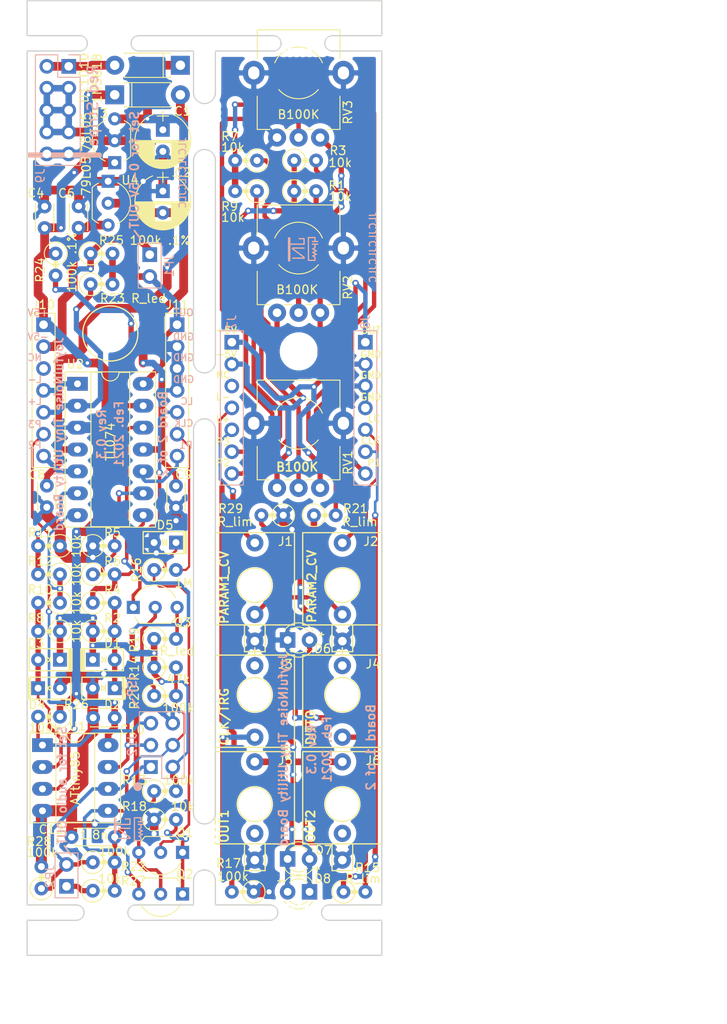
<source format=kicad_pcb>
(kicad_pcb (version 20221018) (generator pcbnew)
  (layers (0 "F.Cu" signal) (31 "B.Cu" signal) (34 "B.Paste" user) (35 "F.Paste" user) (36 "B.SilkS" user "B.Silkscreen") (37 "F.SilkS" user "F.Silkscreen") (38 "B.Mask" user) (39 "F.Mask" user) (44 "Edge.Cuts" user))
  (net 0 "")
  (net 1 "+12V")
  (net 2 "GNDREF")
  (net 3 "+5V")
  (net 4 "-12V")
  (net 5 "-5V")
  (net 6 "Net-(C12-Pad1)")
  (net 7 "/MainBoard/MCU_ADC2")
  (net 8 "/MainBoard/MCU_ADC1")
  (net 9 "Net-(D5-Pad1)")
  (net 10 "Net-(J1-Pad2)")
  (net 11 "Net-(J3-Pad2)")
  (net 12 "Net-(J4-Pad2)")
  (net 13 "Net-(J5-Pad2)")
  (net 14 "Net-(J6-Pad2)")
  (net 15 "Net-(JP1-Pad1)")
  (net 16 "Net-(Q1-Pad3)")
  (net 17 "Net-(Q1-Pad1)")
  (net 18 "/MainBoard/MCU_PB0")
  (net 19 "Net-(Q3-Pad2)")
  (net 20 "Net-(Q3-Pad3)")
  (net 21 "Net-(R4-Pad1)")
  (net 22 "Net-(R10-Pad1)")
  (net 23 "/MainBoard/MCU_PWM")
  (net 24 "Net-(D10-Pad2)")
  (net 25 "Net-(D11-Pad1)")
  (net 26 "/PeripheralBoard/P1_CV")
  (net 27 "/PeripheralBoard/P2_CV")
  (net 28 "/PeripheralBoard/OUT")
  (net 29 "/PeripheralBoard/P3_POT")
  (net 30 "/PeripheralBoard/P2_POT")
  (net 31 "/PeripheralBoard/P1_POT")
  (net 32 "/MainBoard/MCU_ADC3")
  (net 33 "/MainBoard/OUT")
  (net 34 "/PeripheralBoard/CLK_TRG")
  (net 35 "/MainBoard/CLK_TRG")
  (net 36 "/MainBoard/P2_AVG")
  (net 37 "/MainBoard/P1_AVG")
  (net 38 "/PeripheralBoard/P2_AVG")
  (net 39 "/PeripheralBoard/P1_AVG")
  (net 40 "Net-(JP2-Pad1)")
  (net 41 "Net-(R5-Pad2)")
  (net 42 "Net-(R11-Pad2)")
  (net 43 "/MainBoard/MCU_RESET")
  (net 44 "/PeripheralBoard/CLK_LED")
  (net 45 "/PeripheralBoard/LED_NEG")
  (net 46 "/PeripheralBoard/LED_POS")
  (net 47 "/PeripheralBoard/DITTO")
  (net 48 "/PeripheralBoard/OUT1")
  (net 49 "/MainBoard/LED_POS")
  (net 50 "/MainBoard/LED_NEG")
  (net 51 "/MainBoard/CLK_LED")
  (net 52 "Net-(J7-Pad3)")
  (net 53 "Net-(J10-Pad3)")
  (footprint "LEDs:LED_D3.0mm" (layer "F.Cu") (at 226.314 151.638)
    (fp_text reference "D7")
    (fp_text value "LED" hide)
  )
  (footprint "SDIY:PJ301M-12_Thonkiconn" (layer "F.Cu") (at 232.664 119.888)
    (fp_text reference "J2")
    (fp_text value "PARAM2_CV" hide)
  )
  (footprint "SDIY:PJ301M-12_Thonkiconn_NoGround" (layer "F.Cu") (at 232.664 132.588 180)
    (fp_text reference "J4")
    (fp_text value "DITTO" hide)
  )
  (footprint "SDIY:PJ301M-12_Thonkiconn" (layer "F.Cu") (at 222.504 145.288)
    (fp_text reference "J5")
    (fp_text value "OUT1" hide)
  )
  (footprint "SDIY:Potentiometer_Alpha_9mm_WithGround" (layer "F.Cu") (at 227.584 101.092)
    (fp_text reference "RV1")
    (fp_text value "B100K")
  )
  (footprint "SDIY:Potentiometer_Alpha_9mm_WithGround" (layer "F.Cu") (at 227.584 60.452)
    (fp_text reference "RV3")
    (fp_text value "B100K")
  )
  (footprint "Capacitors_THT:CP_Radial_D6.3mm_P2.50mm" (layer "F.Cu") (at 211.836 74.168 -90)
    (fp_text reference "C2")
    (fp_text value "22u" hide)
  )
  (footprint "Diodes_THT:D_DO-41_SOD81_P7.62mm_Horizontal" (layer "F.Cu") (at 206.248 62.992)
    (fp_text reference "D11")
    (fp_text value "1N5818")
  )
  (footprint "SDIY:PJ301M-12_Thonkiconn_NoGround" (layer "F.Cu") (at 222.504 132.588 180)
    (fp_text reference "J3")
    (fp_text value "CLK/TRG" hide)
  )
  (footprint "LEDs:LED_D3.0mm" (layer "F.Cu") (at 226.314 126.238)
    (fp_text reference "D6")
    (fp_text value "LED" hide)
  )
  (footprint "Mounting_Holes:MountingHole_3.2mm_M3" (layer "F.Cu") (at 227.605001 92.756001)
    (fp_text reference "H1" hide)
    (fp_text value "MountingHole" hide)
  )
  (footprint "Mounting_Holes:MountingHole_3.2mm_M3" (layer "F.Cu") (at 205.74 90.678)
    (fp_text reference "H2" hide)
    (fp_text value "MountingHole" hide)
  )
  (footprint "SDIY:Potentiometer_Alpha_9mm_WithGround" (layer "F.Cu") (at 227.584 80.772)
    (fp_text reference "RV2")
    (fp_text value "B100K")
  )
  (footprint "SDIY:PJ301M-12_Thonkiconn" (layer "F.Cu") (at 232.664 145.288)
    (fp_text reference "J6")
    (fp_text value "OUT2" hide)
  )
  (footprint "LEDs:LED_D3.0mm" (layer "F.Cu") (at 228.854 155.448 180)
    (fp_text reference "D8")
    (fp_text value "LED" hide)
  )
  (footprint "SDIY:D_DO-35_SOD27_P2.54mm_Vertical_AnodeUp" (layer "F.Cu") (at 203.708 128.524)
    (fp_text reference "D1")
    (fp_text value "BAT81")
  )
  (footprint "SDIY:R_Axial_DIN0207_L6.3mm_D2.5mm_P2.54mm_Vertical" (layer "F.Cu") (at 203.708 121.92)
    (fp_text reference "R4")
    (fp_text value "10k")
  )
  (footprint "SDIY:R_Axial_DIN0207_L6.3mm_D2.5mm_P2.54mm_Vertical" (layer "F.Cu") (at 222.758 74.168 180)
    (fp_text reference "R9")
    (fp_text value "10k")
  )
  (footprint "SDIY:R_Axial_DIN0207_L6.3mm_D2.5mm_P2.54mm_Vertical" (layer "F.Cu") (at 210.82 143.764)
    (fp_text reference "R13")
    (fp_text value "100k")
  )
  (footprint "SDIY:R_Axial_DIN0207_L6.3mm_D2.5mm_P2.54mm_Vertical" (layer "F.Cu") (at 232.791 155.448)
    (fp_text reference "R15")
    (fp_text value "R_lim")
  )
  (footprint "SDIY:R_Axial_DIN0207_L6.3mm_D2.5mm_P2.54mm_Vertical" (layer "F.Cu") (at 227.076 74.168)
    (fp_text reference "R1")
    (fp_text value "10k")
  )
  (footprint "SDIY:R_Axial_DIN0207_L6.3mm_D2.5mm_P2.54mm_Vertical" (layer "F.Cu") (at 199.898 135.128 180)
    (fp_text reference "R26")
    (fp_text value "100k")
  )
  (footprint "Pin_Headers:Pin_Header_Straight_1x07_Pitch2.54mm" (layer "F.Cu") (at 213.487 89.662)
    (fp_text reference "J11")
    (fp_text value "B2_HDR_RIGHT")
  )
  (footprint "Pin_Headers:Pin_Header_Straight_1x07_Pitch2.54mm" (layer "F.Cu") (at 197.993 89.662)
    (fp_text reference "J10")
    (fp_text value "B2_HDR_LEFT")
  )
  (footprint "SDIY:C_Disc_D3.0mm_W2.0mm_P2.50mm" (layer "F.Cu") (at 198.374 108.331 -90)
    (fp_text reference "C8")
    (fp_text value "0.1u")
  )
  (footprint "SDIY:R_Axial_DIN0207_L6.3mm_D2.5mm_P2.54mm_Vertical" (layer "F.Cu") (at 203.454 84.963)
    (fp_text reference "R23")
    (fp_text value "R_led")
  )
  (footprint "SDIY:R_Axial_DIN0207_L6.3mm_D2.5mm_P2.54mm_Vertical" (layer "F.Cu") (at 203.454 81.407)
    (fp_text reference "R25")
    (fp_text value "100k .1%")
  )
  (footprint "SDIY:R_Axial_DIN0207_L6.3mm_D2.5mm_P2.54mm_Vertical" (layer "F.Cu") (at 222.377 155.448 180)
    (fp_text reference "R17")
    (fp_text value "100k")
  )
  (footprint "SDIY:R_Axial_DIN0207_L6.3mm_D2.5mm_P2.54mm_Vertical" (layer "F.Cu") (at 225.806 111.76 180)
    (fp_text reference "R29")
    (fp_text value "R_lim")
  )
  (footprint "SDIY:D_DO-35_SOD27_P2.54mm_Vertical_KathodeUp" (layer "F.Cu") (at 197.358 131.826)
    (fp_text reference "D4")
    (fp_text value "BAT81")
  )
  (footprint "SDIY:PJ301M-12_Thonkiconn" (layer "F.Cu") (at 222.504 119.888)
    (fp_text reference "J1")
    (fp_text value "PARAM1_CV" hide)
  )
  (footprint "SDIY:R_Axial_DIN0207_L6.3mm_D2.5mm_P2.54mm_Vertical" (layer "F.Cu") (at 229.362 111.76)
    (fp_text reference "R21")
    (fp_text value "R_lim")
  )
  (footprint "SDIY:R_Axial_DIN0207_L6.3mm_D2.5mm_P2.54mm_Vertical" (layer "F.Cu") (at 227.076 70.612)
    (fp_text reference "R3")
    (fp_text value "10k")
  )
  (footprint "SDIY:C_Disc_D3.0mm_W2.0mm_P2.50mm" (layer "F.Cu") (at 202.057 75.9206 -90)
    (fp_text reference "C6")
    (fp_text value "0.1u")
  )
  (footprint "SDIY:R_Axial_DIN0207_L6.3mm_D2.5mm_P2.54mm_Vertical" (layer "F.Cu") (at 199.39 81.407 -90)
    (fp_text reference "R24")
    (fp_text value "100k .1%")
  )
  (footprint "TO_SOT_Packages_THT:TO-92_Inline_Wide" (layer "F.Cu") (at 205.486 73.025 -90)
    (fp_text reference "U4")
    (fp_text value "79L05")
  )
  (footprint "Capacitors_THT:CP_Radial_D6.3mm_P2.50mm" (layer "F.Cu") (at 211.836 67.056 -90)
    (fp_text reference "C1")
    (fp_text value "22u" hide)
  )
  (footprint "SDIY:C_Disc_D3.0mm_W2.0mm_P2.50mm" (layer "F.Cu") (at 206.248 135.255 180)
    (fp_text reference "C10")
    (fp_text value "0.1u")
  )
  (footprint "SDIY:R_Axial_DIN0207_L6.3mm_D2.5mm_P2.54mm_Vertical" (layer "F.Cu") (at 203.708 125.222)
    (fp_text reference "R2")
    (fp_text value "10k")
  )
  (footprint "SDIY:R_Axial_DIN0207_L6.3mm_D2.5mm_P2.54mm_Vertical" (layer "F.Cu") (at 222.758 70.612 180)
    (fp_text reference "R7")
    (fp_text value "10k")
  )
  (footprint "Housings_DIP:DIP-8_W7.62mm_Socket_LongPads" (layer "F.Cu") (at 197.866 138.43)
    (fp_text reference "U1")
    (fp_text value "ATtiny85")
  )
  (footprint "TO_SOT_Packages_THT:TO-92_Inline_Wide" (layer "F.Cu") (at 206.248 70.866 90)
    (fp_text reference "U3")
    (fp_text value "78L05")
  )
  (footprint "Housings_DIP:DIP-14_W7.62mm_Socket_LongPads" (layer "F.Cu") (at 201.93 96.52)
    (fp_text reference "U2")
    (fp_text value "TL074")
  )
  (footprint "SDIY:R_Axial_DIN0207_L6.3mm_D2.5mm_P2.54mm_Vertical" (layer "F.Cu") (at 210.82 147.066)
    (fp_text reference "R18")
    (fp_text value "10k")
  )
  (footprint "TO_SOT_Packages_THT:TO-92_Inline_Wide" (layer "F.Cu") (at 214.122 150.876 180)
    (fp_text reference "Q1")
    (fp_text value "2N3904" hide)
  )
  (footprint "TO_SOT_Packages_THT:TO-92_Inline_Wide" (layer "F.Cu") (at 214.122 155.702 180)
    (fp_text reference "Q2")
    (fp_text value "2N3904" hide)
  )
  (footprint "SDIY:R_Axial_DIN0207_L6.3mm_D2.5mm_P2.54mm_Vertical" (layer "F.Cu") (at 197.739 155.067 90)
    (fp_text reference "R28")
    (fp_text value "100k")
  )
  (footprint "SDIY:R_Axial_DIN0207_L6.3mm_D2.5mm_P2.54mm_Vertical" (layer "F.Cu") (at 203.708 155.321)
    (fp_text reference "R27")
    (fp_text value "10k")
  )
  (footprint "SDIY:R_Axial_DIN0207_L6.3mm_D2.5mm_P2.54mm_Vertical" (layer "F.Cu") (at 203.708 152.019)
    (fp_text reference "R22")
    (fp_text value "100k")
  )
  (footprint "SDIY:R_Axial_DIN0207_L6.3mm_D2.5mm_P2.54mm_Vertical" (layer "F.Cu") (at 210.82 132.715)
    (fp_text reference "R20")
    (fp_text value "100k")
  )
  (footprint "SDIY:R_Axial_DIN0207_L6.3mm_D2.5mm_P2.54mm_Vertical" (layer "F.Cu") (at 210.82 126.111)
    (fp_text reference "R19")
    (fp_text value "R_led")
  )
  (footprint "TO_SOT_Packages_THT:TO-92_Inline_Wide" (layer "F.Cu") (at 208.407 122.4534)
    (fp_text reference "Q3")
    (fp_text value "2N3904" hide)
  )
  (footprint "SDIY:R_Axial_DIN0207_L6.3mm_D2.5mm_P2.54mm_Vertical" (layer "F.Cu") (at 210.82 118.11)
    (fp_text reference "R16")
    (fp_text value "1M")
  )
  (footprint "SDIY:D_DO-35_SOD27_P2.54mm_Vertical_KathodeUp" (layer "F.Cu") (at 213.36 114.935 180)
    (fp_text reference "D5")
    (fp_text value "1N4148")
  )
  (footprint "SDIY:C_Disc_D3.0mm_W2.0mm_P2.50mm" (layer "F.Cu") (at 213.36 110.871 90)
    (fp_text reference "C9")
    (fp_text value "0.1u")
  )
  (footprint "SDIY:R_Axial_DIN0207_L6.3mm_D2.5mm_P2.54mm_Vertical" (layer "F.Cu") (at 203.708 115.316)
    (fp_text reference "R5")
    (fp_text value "10k")
  )
  (footprint "SDIY:R_Axial_DIN0207_L6.3mm_D2.5mm_P2.54mm_Vertical" (layer "F.Cu") (at 203.708 118.618)
    (fp_text reference "R6")
    (fp_text value "10k")
  )
  (footprint "SDIY:R_Axial_DIN0207_L6.3mm_D2.5mm_P2.54mm_Vertical" (layer "F.Cu") (at 199.898 115.316 180)
    (fp_text reference "R11")
    (fp_text value "10k")
  )
  (footprint "SDIY:R_Axial_DIN0207_L6.3mm_D2.5mm_P2.54mm_Vertical" (layer "F.Cu") (at 199.898 118.618 180)
    (fp_text reference "R12")
    (fp_text value "10k")
  )
  (footprint "SDIY:R_Axial_DIN0207_L6.3mm_D2.5mm_P2.54mm_Vertical" (layer "F.Cu") (at 199.898 121.92 180)
    (fp_text reference "R10")
    (fp_text value "10k")
  )
  (footprint "SDIY:R_Axial_DIN0207_L6.3mm_D2.5mm_P2.54mm_Vertical" (layer "F.Cu") (at 199.898 125.222 180)
    (fp_text reference "R8")
    (fp_text value "10k")
  )
  (footprint "SDIY:D_DO-35_SOD27_P2.54mm_Vertical_AnodeUp" (layer "F.Cu") (at 199.898 128.524 180)
    (fp_text reference "D3")
    (fp_text value "BAT81")
  )
  (footprint "SDIY:D_DO-35_SOD27_P2.54mm_Vertical_KathodeUp" (layer "F.Cu") (at 206.248 131.826 180)
    (fp_text reference "D2")
    (fp_text value "BAT81")
  )
  (footprint "SDIY:R_Axial_DIN0207_L6.3mm_D2.5mm_P2.54mm_Vertical" (layer "F.Cu") (at 210.82 129.413)
    (fp_text reference "R14")
    (fp_text value "47k")
  )
  (footprint "Diodes_THT:D_DO-41_SOD81_P7.62mm_Horizontal" (layer "F.Cu") (at 213.868 59.563 180)
    (fp_text reference "D10")
    (fp_text value "1N5818" hide)
  )
  (footprint "SDIY:C_Disc_D3.0mm_W2.0mm_P2.50mm" (layer "F.Cu") (at 198.12 78.446 90)
    (fp_text reference "C4")
    (fp_text value "0.1u")
  )
  (footprint "Capacitors_THT:C_Disc_D4.3mm_W1.9mm_P5.00mm" (layer "F.Cu") (at 206.248 149.098 180)
    (fp_text reference "C12")
    (fp_text value "1.8n")
  )
  (footprint "Panelization:mouse-bite-2.54mm-slot-long" (layer "F.Cu") (at 216.662 97.917 90)
    (fp_text reference "mouse-bite-2.54mm-slot" hide)
    (fp_text value "VAL**" hide)
  )
  (footprint "Panelization:mouse-bite-2.54mm-slot-long" (layer "F.Cu") (at 216.662 66.675 90)
    (fp_text reference "mouse-bite-2.54mm-slot" hide)
    (fp_text value "VAL**" hide)
  )
  (footprint "Panelization:mouse-bite-2.54mm-slot-long" (layer "F.Cu") (at 216.662 150.241 90)
    (fp_text reference "mouse-bite-2.54mm-slot" hide)
    (fp_text value "VAL**" hide)
  )
  (footprint "Panelization:mouse-bite-2mm-slot-long-single" (layer "F.Cu") (at 205.232 157.861)
    (fp_text reference "mouse-bite-2mm-slot" hide)
    (fp_text value "VAL**" hide)
  )
  (footprint "Panelization:mouse-bite-2mm-slot-long-single" (layer "F.Cu") (at 227.711 157.861)
    (fp_text reference "mouse-bite-2mm-slot" hide)
    (fp_text value "VAL**" hide)
  )
  (footprint "SDIY:Hole_Tooling" (layer "F.Cu") (at 198.12 160.782)
    (fp_text reference "REF**" hide)
    (fp_text value "Hole_Tooling")
  )
  (footprint "SDIY:Hole_Tooling" (layer "F.Cu") (at 235.204 160.782)
    (fp_text reference "REF**" hide)
    (fp_text value "Hole_Tooling")
  )
  (footprint "Panelization:mouse-bite-2mm-slot-long-single" (layer "F.Cu") (at 205.613 57.023 180)
    (fp_text reference "mouse-bite-2mm-slot" hide)
    (fp_text value "VAL**" hide)
  )
  (footprint "SDIY:Hole_Tooling" (layer "F.Cu") (at 198.12 54.102 180)
    (fp_text reference "REF**" hide)
    (fp_text value "Hole_Tooling")
  )
  (footprint "SDIY:Hole_Tooling" (layer "F.Cu") (at 235.204 54.102 180)
    (fp_text reference "REF**" hide)
    (fp_text value "Hole_Tooling")
  )
  (footprint "Panelization:mouse-bite-2mm-slot-long-single" (layer "F.Cu") (at 228.092 57.023 180)
    (fp_text reference "mouse-bite-2mm-slot" hide)
    (fp_text value "VAL**" hide)
  )
  (footprint "Pin_Headers:Pin_Header_Straight_2x05_Pitch2.54mm" (layer "B.Cu") (at 200.914 59.69 180)
    (fp_text reference "J9")
    (fp_text value "POWER")
  )
  (footprint "Pin_Headers:Pin_Header_Straight_1x02_Pitch2.54mm" (layer "B.Cu") (at 210.312 81.534 180)
    (fp_text reference "JP1")
    (fp_text value "JMP_UNIPOLAR")
  )
  (footprint "Pin_Headers:Pin_Header_Straight_1x07_Pitch2.54mm" (layer "B.Cu") (at 219.837 91.694 180)
    (fp_text reference "J7")
    (fp_text value "B1_HDR_LEFT")
  )
  (footprint "Pin_Headers:Pin_Header_Straight_1x07_Pitch2.54mm" (layer "B.Cu") (at 235.331 91.694 180)
    (fp_text reference "J8")
    (fp_text value "B1_HDR_RIGHT")
  )
  (footprint "Pin_Headers:Pin_Header_Straight_2x03_Pitch2.54mm" (layer "B.Cu") (at 210.439 140.97)
    (fp_text reference "J12")
    (fp_text value "ISP")
  )
  (footprint "Pin_Headers:Pin_Header_Straight_1x02_Pitch2.54mm" (layer "B.Cu") (at 200.66 154.813)
    (fp_text reference "JP2")
    (fp_text value "JMP_AUDIO")
  )
  (gr_line (start 229.489 81.8388) (end 229.489 82.1944) (stroke (width 0.15)) (layer "B.SilkS"))
  (gr_line (start 228.219 80.3148) (end 226.441 80.3148) (stroke (width 0.15)) (layer "B.SilkS"))
  (gr_line (start 229.1842 80.3148) (end 229.7938 80.3148) (stroke (width 0.15)) (layer "B.SilkS"))
  (gr_line (start 228.727 82.1944) (end 229.489 82.1944) (stroke (width 0.15)) (layer "B.SilkS"))
  (gr_line (start 228.219 79.6798) (end 228.219 80.3148) (stroke (width 0.15)) (layer "B.SilkS"))
  (gr_line (start 229.489 80.01) (end 229.7938 80.01) (stroke (width 0.15)) (layer "B.SilkS"))
  (gr_line (start 226.8982 80.8736) (end 228.219 81.8388) (stroke (width 0.15)) (layer "B.SilkS"))
  (gr_line (start 228.727 79.5528) (end 229.489 79.5528) (stroke (width 0.15)) (layer "B.SilkS"))
  (gr_line (start 226.4918 79.6544) (end 226.4918 82.1944) (stroke (width 0.3)) (layer "B.SilkS"))
  (gr_line (start 227.6602 79.6798) (end 228.219 79.6798) (stroke (width 0.15)) (layer "B.SilkS"))
  (gr_line (start 229.489 80.01) (end 229.1842 80.01) (stroke (width 0.15)) (layer "B.SilkS"))
  (gr_line (start 228.219 80.772) (end 226.8982 80.772) (stroke (width 0.15)) (layer "B.SilkS"))
  (gr_line (start 229.235 81.6864) (end 229.489 81.8388) (stroke (width 0.15)) (layer "B.SilkS"))
  (gr_line (start 228.219 81.9404) (end 226.8982 81.9404) (stroke (width 0.15)) (layer "B.SilkS"))
  (gr_line (start 229.489 79.5528) (end 229.489 80.01) (stroke (width 0.15)) (layer "B.SilkS"))
  (gr_line (start 228.219 81.8388) (end 228.219 81.9404) (stroke (width 0.15)) (layer "B.SilkS"))
  (gr_line (start 229.489 80.7212) (end 229.235 80.8736) (stroke (width 0.15)) (layer "B.SilkS"))
  (gr_line (start 229.235 81.28) (end 229.6414 81.4832) (stroke (width 0.15)) (layer "B.SilkS"))
  (gr_line (start 229.235 80.8736) (end 229.6414 81.0768) (stroke (width 0.15)) (layer "B.SilkS"))
  (gr_line (start 229.6414 81.4832) (end 229.235 81.6864) (stroke (width 0.15)) (layer "B.SilkS"))
  (gr_line (start 226.8982 80.772) (end 226.8982 80.8736) (stroke (width 0.15)) (layer "B.SilkS"))
  (gr_line (start 228.727 79.5528) (end 228.727 82.1944) (stroke (width 0.15)) (layer "B.SilkS"))
  (gr_line (start 229.6414 81.0768) (end 229.235 81.28) (stroke (width 0.15)) (layer "B.SilkS"))
  (gr_line (start 229.489 80.3148) (end 229.489 80.7212) (stroke (width 0.15)) (layer "B.SilkS"))
  (gr_line (start 208.534 149.5044) (end 209.296 149.5044) (stroke (width 0.15)) (layer "B.SilkS"))
  (gr_line (start 207.4672 146.9898) (end 208.026 146.9898) (stroke (width 0.15)) (layer "B.SilkS"))
  (gr_line (start 208.026 146.9898) (end 208.026 147.6248) (stroke (width 0.15)) (layer "B.SilkS"))
  (gr_line (start 208.026 147.6248) (end 206.248 147.6248) (stroke (width 0.15)) (layer "B.SilkS"))
  (gr_line (start 206.2988 146.9644) (end 206.2988 149.5044) (stroke (width 0.3)) (layer "B.SilkS"))
  (gr_line (start 208.026 148.082) (end 206.7052 148.082) (stroke (width 0.15)) (layer "B.SilkS"))
  (gr_line (start 206.7052 148.1836) (end 208.026 149.1488) (stroke (width 0.15)) (layer "B.SilkS"))
  (gr_line (start 208.026 149.2504) (end 206.7052 149.2504) (stroke (width 0.15)) (layer "B.SilkS"))
  (gr_line (start 208.534 146.8628) (end 208.534 149.5044) (stroke (width 0.15)) (layer "B.SilkS"))
  (gr_line (start 208.534 146.8628) (end 209.296 146.8628) (stroke (width 0.15)) (layer "B.SilkS"))
  (gr_line (start 209.296 146.8628) (end 209.296 147.32) (stroke (width 0.15)) (layer "B.SilkS"))
  (gr_line (start 209.296 147.32) (end 208.9912 147.32) (stroke (width 0.15)) (layer "B.SilkS"))
  (gr_line (start 209.296 147.32) (end 209.6008 147.32) (stroke (width 0.15)) (layer "B.SilkS"))
  (gr_line (start 208.9912 147.6248) (end 209.6008 147.6248) (stroke (width 0.15)) (layer "B.SilkS"))
  (gr_line (start 209.296 147.6248) (end 209.296 148.0312) (stroke (width 0.15)) (layer "B.SilkS"))
  (gr_line (start 209.296 148.0312) (end 209.042 148.1836) (stroke (width 0.15)) (layer "B.SilkS"))
  (gr_line (start 209.042 148.1836) (end 209.4484 148.3868) (stroke (width 0.15)) (layer "B.SilkS"))
  (gr_line (start 209.4484 148.3868) (end 209.042 148.59) (stroke (width 0.15)) (layer "B.SilkS"))
  (gr_line (start 209.042 148.59) (end 209.4484 148.7932) (stroke (width 0.15)) (layer "B.SilkS"))
  (gr_line (start 209.4484 148.7932) (end 209.042 148.9964) (stroke (width 0.15)) (layer "B.SilkS"))
  (gr_line (start 209.296 149.1488) (end 209.296 149.5044) (stroke (width 0.15)) (layer "B.SilkS"))
  (gr_line (start 209.042 148.9964) (end 209.296 149.1488) (stroke (width 0.15)) (layer "B.SilkS"))
  (gr_line (start 206.7052 148.082) (end 206.7052 148.1836) (stroke (width 0.15)) (layer "B.SilkS"))
  (gr_line (start 208.026 149.1488) (end 208.026 149.2504) (stroke (width 0.15)) (layer "B.SilkS"))
  (gr_line (start 208.28 133.096) (end 209.042 134.112) (stroke (width 0.2)) (layer "B.SilkS"))
  (gr_line (start 200.406 150.114) (end 201.168 151.13) (stroke (width 0.2)) (layer "B.SilkS"))
  (gr_line (start 196.342 69.977) (end 204.47 69.977) (stroke (width 0.6)) (layer "B.SilkS"))
  (gr_circle (center 208.915 143.256) (end 209.169 143.256) (stroke (width 0.5)) (fill none) (layer "B.SilkS"))
  (gr_line (start 208.534 78.74) (end 209.296 79.756) (stroke (width 0.2)) (layer "B.SilkS"))
  (gr_line (start 196.088 57.912) (end 196.088 156.972) (stroke (width 0.15)) (layer "Edge.Cuts"))
  (gr_line (start 217.932 154.178) (end 217.932 156.972) (stroke (width 0.15)) (layer "Edge.Cuts"))
  (gr_line (start 215.392 154.178) (end 215.392 156.972) (stroke (width 0.15)) (layer "Edge.Cuts"))
  (gr_line (start 215.392 70.612) (end 215.392 93.98) (stroke (width 0.15)) (layer "Edge.Cuts"))
  (gr_line (start 217.932 93.98) (end 217.932 70.612) (stroke (width 0.15)) (layer "Edge.Cuts"))
  (gr_line (start 215.392 101.854) (end 215.392 146.304) (stroke (width 0.15)) (layer "Edge.Cuts"))
  (gr_line (start 217.932 146.304) (end 217.932 101.854) (stroke (width 0.15)) (layer "Edge.Cuts"))
  (gr_arc (start 217.932 146.304) (mid 216.662 147.574) (end 215.392 146.304) (stroke (width 0.15)) (layer "Edge.Cuts"))
  (gr_arc (start 215.392 154.178) (mid 216.662 152.908) (end 217.932 154.178) (stroke (width 0.15)) (layer "Edge.Cuts"))
  (gr_line (start 208.661 156.972) (end 215.392 156.972) (stroke (width 0.15)) (layer "Edge.Cuts"))
  (gr_line (start 237.236 158.75) (end 237.236 162.814) (stroke (width 0.15)) (layer "Edge.Cuts"))
  (gr_line (start 231.14 156.972) (end 237.236 156.972) (stroke (width 0.15)) (layer "Edge.Cuts"))
  (gr_line (start 224.282 156.972) (end 217.932 156.972) (stroke (width 0.15)) (layer "Edge.Cuts"))
  (gr_line (start 237.236 52.07) (end 196.088 52.07) (stroke (width 0.15)) (layer "Edge.Cuts"))
  (gr_line (start 196.088 56.134) (end 196.088 52.07) (stroke (width 0.15)) (layer "Edge.Cuts"))
  (gr_arc (start 231.521 57.912) (mid 230.632 57.023) (end 231.521 56.134) (stroke (width 0.15)) (layer "Edge.Cuts"))
  (gr_arc (start 224.663 56.134) (mid 225.552 57.023) (end 224.663 57.912) (stroke (width 0.15)) (layer "Edge.Cuts"))
  (gr_line (start 202.184 56.134) (end 196.088 56.134) (stroke (width 0.15)) (layer "Edge.Cuts"))
  (gr_line (start 224.663 56.134) (end 209.042 56.134) (stroke (width 0.15)) (layer "Edge.Cuts"))
  (gr_line (start 237.236 56.134) (end 237.236 52.07) (stroke (width 0.15)) (layer "Edge.Cuts"))
  (gr_arc (start 209.042 57.912) (mid 208.153 57.023) (end 209.042 56.134) (stroke (width 0.15)) (layer "Edge.Cuts"))
  (gr_line (start 209.042 57.912) (end 215.392 57.912) (stroke (width 0.15)) (layer "Edge.Cuts"))
  (gr_arc (start 202.184 56.134) (mid 203.073 57.023) (end 202.184 57.912) (stroke (width 0.15)) (layer "Edge.Cuts"))
  (gr_line (start 224.663 57.912) (end 217.932 57.912) (stroke (width 0.15)) (layer "Edge.Cuts"))
  (gr_line (start 202.184 57.912) (end 196.088 57.912) (stroke (width 0.15)) (layer "Edge.Cuts"))
  (gr_line (start 237.236 57.912) (end 231.521 57.912) (stroke (width 0.15)) (layer "Edge.Cuts"))
  (gr_line (start 231.521 56.134) (end 237.236 56.134) (stroke (width 0.15)) (layer "Edge.Cuts"))
  (gr_line (start 201.803 158.75) (end 196.088 158.75) (stroke (width 0.15)) (layer "Edge.Cuts"))
  (gr_line (start 196.088 156.972) (end 201.803 156.972) (stroke (width 0.15)) (layer "Edge.Cuts"))
  (gr_line (start 196.088 158.75) (end 196.088 162.814) (stroke (width 0.15)) (layer "Edge.Cuts"))
  (gr_arc (start 208.661 158.75) (mid 207.772 157.861) (end 208.661 156.972) (stroke (width 0.15)) (layer "Edge.Cuts"))
  (gr_arc (start 231.14 158.75) (mid 230.251 157.861) (end 231.14 156.972) (stroke (width 0.15)) (layer "Edge.Cuts"))
  (gr_line (start 208.661 158.75) (end 224.282 158.75) (stroke (width 0.15)) (layer "Edge.Cuts"))
  (gr_arc (start 217.932 62.738) (mid 216.662 64.008) (end 215.392 62.738) (stroke (width 0.15)) (layer "Edge.Cuts"))
  (gr_line (start 196.088 162.814) (end 237.236 162.814) (stroke (width 0.15)) (layer "Edge.Cuts"))
  (gr_line (start 231.14 158.75) (end 237.236 158.75) (stroke (width 0.15)) (layer "Edge.Cuts"))
  (gr_arc (start 201.803 156.972) (mid 202.692 157.861) (end 201.803 158.75) (stroke (width 0.15)) (layer "Edge.Cuts"))
  (gr_arc (start 224.282 156.972) (mid 225.171 157.861) (end 224.282 158.75) (stroke (width 0.15)) (layer "Edge.Cuts"))
  (gr_line (start 215.392 57.912) (end 215.392 62.738) (stroke (width 0.15)) (layer "Edge.Cuts"))
  (gr_line (start 217.932 57.912) (end 217.932 62.738) (stroke (width 0.15)) (layer "Edge.Cuts"))
  (gr_arc (start 215.392 70.612) (mid 216.662 69.342) (end 217.932 70.612) (stroke (width 0.15)) (layer "Edge.Cuts"))
  (gr_arc (start 217.932 93.98) (mid 216.662 95.25) (end 215.392 93.98) (stroke (width 0.15)) (layer "Edge.Cuts"))
  (gr_arc (start 215.392 101.854) (mid 216.662 100.584) (end 217.932 101.854) (stroke (width 0.15)) (layer "Edge.Cuts"))
  (gr_line (start 237.236 156.972) (end 237.236 57.912) (stroke (width 0.15)) (layer "Edge.Cuts"))
  (gr_text "Rev 0.3" (at 204.724 102.362 90) (layer "B.SilkS") (effects (font (size 1 1) (thickness 0.2)) (justify mirror)))
  (gr_text "Feb. 2021" (at 206.756 102.362 90) (layer "B.SilkS") (effects (font (size 1 1) (thickness 0.2)) (justify mirror)))
  (gr_text "JoyfulNoise Tiny Utility Board" (at 199.771 102.362 90) (layer "B.SilkS") (effects (font (size 1 1) (thickness 0.2)) (justify mirror)))
  (gr_text "Board 2 of 2" (at 211.836 102.362 90) (layer "B.SilkS") (effects (font (size 1 1) (thickness 0.2)) (justify mirror)))
  (gr_text "Feb. 2021" (at 230.886 138.938 90) (layer "B.SilkS") (effects (font (size 1 1) (thickness 0.2)) (justify mirror)))
  (gr_text "JoyfulNoise Tiny Utility Board" (at 225.806 138.938 90) (layer "B.SilkS") (effects (font (size 1 1) (thickness 0.2)) (justify mirror)))
  (gr_text "Rev 0.3" (at 229.108 138.938 90) (layer "B.SilkS") (effects (font (size 1 1) (thickness 0.2)) (justify mirror)))
  (gr_text "Board 1 of 2" (at 235.966 138.684 90) (layer "B.SilkS") (effects (font (size 1 1) (thickness 0.2)) (justify mirror)))
  (gr_text "JLCJLCJLCJLC" (at 214.122 67.818 90) (layer "B.SilkS") (effects (font (size 0.8 0.8)) (justify left mirror)))
  (gr_text "JLCJLCJLCJLC" (at 236.22 76.454 90) (layer "B.SilkS") (effects (font (size 0.8 0.8)) (justify left mirror)))
  (gr_text "ISP" (at 208.28 130.302 90) (layer "B.SilkS") (effects (font (size 1 1) (thickness 0.2)) (justify left mirror)))
  (gr_text "Set for audio OUT" (at 200.152 150.114 90) (layer "B.SilkS") (effects (font (size 1 1) (thickness 0.2)) (justify right mirror)))
  (gr_text "GND" (at 214.249 91.059) (layer "B.SilkS") (effects (font (size 0.8 0.8)) (justify mirror)))
  (gr_text "GND" (at 214.249 93.472) (layer "B.SilkS") (effects (font (size 0.8 0.8)) (justify mirror)))
  (gr_text "GND" (at 214.249 96.012) (layer "B.SilkS") (effects (font (size 0.8 0.8)) (justify mirror)))
  (gr_text "CLK" (at 214.249 101.092) (layer "B.SilkS") (effects (font (size 0.8 0.8)) (justify mirror)))
  (gr_text "P1" (at 214.503 103.632) (layer "B.SilkS") (effects (font (size 0.8 0.8)) (justify mirror)))
  (gr_text "P2" (at 196.977 103.632) (layer "B.SilkS") (effects (font (size 0.8 0.8)) (justify mirror)))
  (gr_text "P3" (at 196.977 101.219) (layer "B.SilkS") (effects (font (size 0.8 0.8)) (justify mirror)))
  (gr_text "L+" (at 196.977 98.552) (layer "B.SilkS") (effects (font (size 0.8 0.8)) (justify mirror)))
  (gr_text "L-" (at 196.977 96.012) (layer "B.SilkS") (effects (font (size 0.8 0.8)) (justify mirror)))
  (gr_text "NC" (at 196.977 93.472) (layer "B.SilkS") (effects (font (size 0.8 0.8)) (justify mirror)))
  (gr_text "-5V" (at 197.358 91.059) (layer "B.SilkS") (effects (font (size 0.8 0.8)) (justify mirror)))
  (gr_text "+5V" (at 197.358 88.265) (layer "B.SilkS") (effects (font (size 0.8 0.8)) (justify mirror)))
  (gr_text "LC" (at 214.63 98.552) (layer "B.SilkS") (effects (font (size 0.8 0.8)) (justify mirror)))
  (gr_text "Red Stripe" (at 203.708 64.262 90) (layer "B.SilkS") (effects (font (size 1.2 1.2) (thickness 0.2)) (justify mirror)))
  (gr_text "OUT" (at 214.249 88.265) (layer "B.SilkS") (effects (font (size 0.8 0.8)) (justify mirror)))
  (gr_text "Set for 0-5V OUT" (at 208.534 64.77 90) (layer "B.SilkS") (effects (font (size 1 1) (thickness 0.2)) (justify left mirror)))
  (gr_text "CLK" (at 235.966 103.124) (layer "F.SilkS") (effects (font (size 0.8 0.8))))
  (gr_text "P1" (at 236.347 105.664) (layer "F.SilkS") (effects (font (size 0.8 0.8))))
  (gr_text "LC" (at 236.347 100.584) (layer "F.SilkS") (effects (font (size 0.8 0.8))))
  (gr_text "OUT" (at 235.966 90.297) (layer "F.SilkS") (effects (font (size 0.8 0.8))))
  (gr_text "GND" (at 235.966 98.044) (layer "F.SilkS") (effects (font (size 0.8 0.8))))
  (gr_text "GND" (at 235.966 93.091) (layer "F.SilkS") (effects (font (size 0.8 0.8))))
  (gr_text "GND" (at 235.966 95.504) (layer "F.SilkS") (effects (font (size 0.8 0.8))))
  (gr_text "L-" (at 218.821 98.044) (layer "F.SilkS") (effects (font (size 0.8 0.8))))
  (gr_text "P2" (at 218.821 105.664) (layer "F.SilkS") (effects (font (size 0.8 0.8))))
  (gr_text "L+" (at 218.821 100.584) (layer "F.SilkS") (effects (font (size 0.8 0.8))))
  (gr_text "P3" (at 218.821 103.251) (layer "F.SilkS") (effects (font (size 0.8 0.8))))
  (gr_text "+5V" (at 219.202 90.297) (layer "F.SilkS") (effects (font (size 0.8 0.8))))
  (gr_text "NC" (at 218.821 95.504) (layer "F.SilkS") (effects (font (size 0.8 0.8))))
  (gr_text "-5V" (at 219.202 93.091) (layer "F.SilkS") (effects (font (size 0.8 0.8))))
  (gr_text "OUT2" (at 228.981 147.828 90) (layer "F.SilkS") (effects (font (size 1 1) (thickness 0.2))))
  (gr_text "CLK/TRG" (at 218.948 135.128 90) (layer "F.SilkS") (effects (font (size 1 1) (thickness 0.2))))
  (gr_text "DITTO" (at 228.981 136.398 90) (layer "F.SilkS") (effects (font (size 1 1) (thickness 0.2))))
  (gr_text "PARAM2_CV" (at 229.108 120.015 90) (layer "F.SilkS") (effects (font (size 1 1) (thickness 0.2))))
  (gr_text "PARAM1_CV" (at 218.948 120.142 90) (layer "F.SilkS") (effects (font (size 1 1) (thickness 0.2))))
  (gr_text "OUT1" (at 218.948 147.828 90) (layer "F.SilkS") (effects (font (size 1 1) (thickness 0.2))))
  (segment (start 210.058 59.563) (end 210.058 65.786) (width 1.016) (layer "F.Cu") (net 1))
  (segment (start 199.771 102.108) (end 199.771 94.361) (width 0.762) (layer "F.Cu") (net 1))
  (segment (start 206.248 65.786) (end 210.439 65.786) (width 1.016) (layer "F.Cu") (net 1))
  (segment (start 199.771 105.791) (end 198.374 107.188) (width 0.762) (layer "F.Cu") (net 1))
  (segment (start 210.439 65.786) (end 211.709 65.786) (width 1.016) (layer "F.Cu") (net 1))
  (segment (start 199.771 104.14) (end 199.771 105.791) (width 0.762) (layer "F.Cu") (net 1))
  (segment (start 213.868 59.563) (end 213.868 59.69) (width 1.016) (layer "F.Cu") (net 1))
  (segment (start 212.344 85.217) (end 209.804 87.757) (width 1.016) (layer "F.Cu") (net 1))
  (segment (start 209.804 87.757) (end 204.47 87.757) (width 1.016) (layer "F.Cu") (net 1))
  (segment (start 213.868 59.563) (end 210.058 59.563) (width 1.016) (layer "F.Cu") (net 1))
  (segment (start 204.47 87.757) (end 202.565 89.662) (width 1.016) (layer "F.Cu") (net 1))
  (segment (start 199.771 104.14) (end 199.771 102.108) (width 0.762) (layer "F.Cu") (net 1))
  (segment (start 202.565 92.456) (end 201.422 93.599) (width 1.016) (layer "F.Cu") (net 1))
  (segment (start 212.344 83.058) (end 212.344 85.217) (width 1.016) (layer "F.Cu") (net 1))
  (segment (start 200.152 93.599) (end 199.771 93.98) (width 1.016) (layer "F.Cu") (net 1))
  (segment (start 201.93 104.14) (end 199.771 104.14) (width 0.762) (layer "F.Cu") (net 1))
  (segment (start 198.374 107.188) (end 198.374 108.331) (width 0.762) (layer "F.Cu") (net 1))
  (segment (start 211.836 65.913) (end 211.836 67.056) (width 1.016) (layer "F.Cu") (net 1))
  (segment (start 211.709 65.786) (end 211.836 65.913) (width 1.016) (layer "F.Cu") (net 1))
  (segment (start 199.771 93.98) (end 199.771 94.361) (width 1.016) (layer "F.Cu") (net 1))
  (segment (start 201.422 93.599) (end 200.152 93.599) (width 1.016) (layer "F.Cu") (net 1))
  (segment (start 202.565 89.662) (end 202.565 92.456) (width 1.016) (layer "F.Cu") (net 1))
  (via (at 212.344 83.058) (size 0.762) (drill 0.4064) (layers "F.Cu" "B.Cu") (net 1))
  (via (at 210.058 65.786) (size 0.762) (drill 0.4064) (layers "F.Cu" "B.Cu") (net 1))
  (segment (start 212.344 83.058) (end 214.249 81.153) (width 1.016) (layer "B.Cu") (net 1))
  (segment (start 214.249 66.421) (end 213.614 65.786) (width 1.016) (layer "B.Cu") (net 1))
  (segment (start 213.614 65.786) (end 210.058 65.786) (width 1.016) (layer "B.Cu") (net 1))
  (segment (start 214.249 81.153) (end 214.249 66.421) (width 1.016) (layer "B.Cu") (net 1))
  (segment (start 203.708 116.6495) (end 201.803 116.6495) (width 1.27) (layer "F.Cu") (net 2))
  (segment (start 201.248 147.621) (end 203.909169 147.621) (width 0.762) (layer "F.Cu") (net 2))
  (segment (start 199.92341 115.84941) (end 199.92341 115.316) (width 1.27) (layer "F.Cu") (net 2))
  (segment (start 200.66 130.556) (end 201.803 130.556) (width 1.27) (layer "F.Cu") (net 2))
  (segment (start 202.946 67.31) (end 200.914 67.31) (width 1.016) (layer "F.Cu") (net 2))
  (segment (start 198.374 110.831) (end 198.374 111.833014) (width 1.27) (layer "F.Cu") (net 2))
  (segment (start 225.806 111.76) (end 225.806 112.395) (width 1.27) (layer "F.Cu") (net 2))
  (segment (start 222.377 155.448) (end 224.155 155.448) (width 1.27) (layer "F.Cu") (net 2))
  (segment (start 210.82 115.8875) (end 211.074 116.1415) (width 1.27) (layer "F.Cu") (net 2))
  (segment (start 201.803 130.556) (end 202.946 130.556) (width 1.27) (layer "F.Cu") (net 2))
  (segment (start 209.55 68.834) (end 209.55 71.755) (width 1.016) (layer "F.Cu") (net 2))
  (segment (start 206.248 68.326) (end 209.042 68.326) (width 1.016) (layer "F.Cu") (net 2))
  (segment (start 199.898 131.318) (end 200.66 130.556) (width 1.27) (layer "F.Cu") (net 2))
  (segment (start 204.454958 130.556) (end 203.708 130.556) (width 0.6096) (layer "F.Cu") (net 2))
  (segment (start 209.55 71.755) (end 209.55 73.025) (width 1.016) (layer "F.Cu") (net 2))
  (segment (start 199.936209 113.880791) (end 199.92341 113.89359) (width 1.27) (layer "F.Cu") (net 2))
  (segment (start 225.806 112.395) (end 226.822 113.411) (width 1.27) (layer "F.Cu") (net 2))
  (segment (start 213.36 110.871) (end 213.36 112.395) (width 1.27) (layer "F.Cu") (net 2))
  (segment (start 204.978 130.167038) (end 204.84392 130.167038) (width 0.6096) (layer "F.Cu") (net 2))
  (segment (start 202.057 74.041) (end 203.073 73.025) (width 1.016) (layer "F.Cu") (net 2))
  (segment (start 201.803 116.6495) (end 201.803 130.556) (width 1.016) (layer "F.Cu") (net 2))
  (segment (start 201.248 147.621) (end 201.248 149.098) (width 1.27) (layer "F.Cu") (net 2))
  (segment (start 197.739 146.177) (end 197.866 146.05) (width 1.27) (layer "F.Cu") (net 2))
  (segment (start 203.708 135.215) (end 203.748 135.255) (width 1.27) (layer "F.Cu") (net 2))
  (segment (start 200.7235 116.6495) (end 199.92341 115.84941) (width 1.27) (layer "F.Cu") (net 2))
  (segment (start 203.748 136.866) (end 202.565 138.049) (width 1.27) (layer "F.Cu") (net 2))
  (segment (start 201.201 146.05) (end 201.248 146.003) (width 1.27) (layer "F.Cu") (net 2))
  (segment (start 204.84392 130.167038) (end 204.454958 130.556) (width 0.6096) (layer "F.Cu") (net 2))
  (segment (start 198.374 111.833014) (end 199.936209 113.395223) (width 1.27) (layer "F.Cu") (net 2))
  (segment (start 205.486 73.025) (end 209.55 73.025) (width 1.016) (layer "F.Cu") (net 2))
  (segment (start 203.962 68.326) (end 202.946 67.31) (width 1.016) (layer "F.Cu") (net 2))
  (segment (start 203.708 116.6495) (end 203.708 115.316) (width 1.27) (layer "F.Cu") (net 2))
  (segment (start 210.82 147.066) (end 210.82 148.717) (width 1.016) (layer "F.Cu") (net 2))
  (segment (start 198.12 74.041) (end 202.057 74.041) (width 1.016) (layer "F.Cu") (net 2))
  (segment (start 198.12 75.986) (end 198.12 74.041) (width 1.016) (layer "F.Cu") (net 2))
  (segment (start 202.057 74.041) (end 202.057 75.9206) (width 1.016) (layer "F.Cu") (net 2))
  (segment (start 211.582 69.596) (end 211.836 69.596) (width 1.016) (layer "F.Cu") (net 2))
  (segment (start 209.042 68.326) (end 209.55 68.834) (width 1.016) (layer "F.Cu") (net 2))
  (segment (start 211.836 69.556) (end 211.836 71.755) (width 1.016) (layer "F.Cu") (net 2))
  (segment (start 203.708 131.826) (end 203.708 135.215) (width 1.27) (layer "F.Cu") (net 2))
  (segment (start 201.248 146.003) (end 201.248 147.621) (width 1.27) (layer "F.Cu") (net 2))
  (segment (start 202.565 138.049) (end 202.565 142.748) (width 1.27) (layer "F.Cu") (net 2))
  (segment (start 203.708 131.826) (end 203.708 130.556) (width 1.27) (layer "F.Cu") (net 2))
  (segment (start 211.836 71.755) (end 211.836 74.168) (width 1.016) (layer "F.Cu") (net 2))
  (segment (start 203.073 73.025) (end 205.486 73.025) (width 1.016) (layer "F.Cu") (net 2))
  (segment (start 199.898 131.826) (end 199.898 131.318) (width 1.27) (layer "F.Cu") (net 2))
  (segment (start 203.708 130.556) (end 202.946 130.556) (width 1.27) (layer "F.Cu") (net 2))
  (segment (start 199.936209 113.395223) (end 199.936209 113.880791) (width 1.27) (layer "F.Cu") (net 2))
  (segment (start 197.866 146.05) (end 201.201 146.05) (width 1.27) (layer "F.Cu") (net 2))
  (segment (start 203.748 135.255) (end 203.748 136.866) (width 1.27) (layer "F.Cu") (net 2))
  (segment (start 206.248 68.326) (end 203.962 68.326) (width 1.016) (layer "F.Cu") (net 2))
  (segment (start 199.92341 131.80059) (end 199.92341 131.826) (width 1.27) (layer "F.Cu") (net 2))
  (segment (start 210.82 114.935) (end 210.82 115.8875) (width 1.27) (layer "F.Cu") (net 2))
  (segment (start 211.836 71.755) (end 209.55 71.755) (width 1.016) (layer "F.Cu") (net 2))
  (segment (start 201.248 144.065) (end 201.248 146.003) (width 1.27) (layer "F.Cu") (net 2))
  (segment (start 201.803 116.6495) (end 200.7235 116.6495) (width 1.27) (layer "F.Cu") (net 2))
  (segment (start 202.565 142.748) (end 201.248 144.065) (width 1.27) (layer "F.Cu") (net 2))
  (segment (start 199.92341 113.89359) (end 199.92341 115.34141) (width 1.27) (layer "F.Cu") (net 2))
  (segment (start 197.739 152.527) (end 197.739 146.177) (width 1.27) (layer "F.Cu") (net 2))
  (via (at 203.708 116.6495) (size 0.9144) (drill 0.6096) (layers "F.Cu" "B.Cu") (net 2))
  (via (at 211.074 116.1415) (size 0.9144) (drill 0.6096) (layers "F.Cu" "B.Cu") (net 2))
  (via (at 203.962 147.574) (size 0.9144) (drill 0.6096) (layers "F.Cu" "B.Cu") (net 2))
  (via (at 204.978 130.167038) (size 0.9144) (drill 0.6096) (layers "F.Cu" "B.Cu") (net 2))
  (via (at 213.36 112.395) (size 1.016) (drill 0.6096) (layers "F.Cu" "B.Cu") (net 2))
  (via (at 209.55 73.025) (size 0.9144) (drill 0.6096) (layers "F.Cu" "B.Cu") (net 2))
  (via (at 224.155 155.448) (size 1.016) (drill 0.6096) (layers "F.Cu" "B.Cu") (net 2))
  (via (at 210.82 148.717) (size 0.9144) (drill 0.6096) (layers "F.Cu" "B.Cu") (net 2))
  (via (at 226.822 113.411) (size 1.016) (drill 0.6096) (layers "F.Cu" "B.Cu") (net 2))
  (segment (start 208.749999 134.277001) (end 209.296 134.277001) (width 0.762) (layer "B.Cu") (net 2))
  (segment (start 206.502 101.6) (end 206.502 105.791) (width 1.27) (layer "B.Cu") (net 2))
  (segment (start 209.55 77.216) (end 208.241001 78.524999) (width 1.27) (layer "B.Cu") (net 2))
  (segment (start 213.487 92.202) (end 211.201 92.202) (width 1.27) (layer "B.Cu") (net 2))
  (segment (start 200.914 64.77) (end 200.914 62.23) (width 0.762) (layer "B.Cu") (net 2))
  (segment (start 210.820162 115.887662) (end 211.074 116.1415) (width 1.27) (layer "B.Cu") (net 2))
  (segment (start 208.191999 78.524999) (end 208.191999 86.271999) (width 1.27) (layer "B.Cu") (net 2))
  (segment (start 198.374 67.31) (end 200.914 67.31) (width 0.762) (layer "B.Cu") (net 2))
  (segment (start 212.242598 112.395) (end 210.820162 113.817436) (width 1.27) (layer "B.Cu") (net 2))
  (segment (start 200.914 67.31) (end 200.914 64.77) (width 0.762) (layer "B.Cu") (net 2))
  (segment (start 210.820162 113.817436) (end 210.820162 115.887662) (width 1.27) (layer "B.Cu") (net 2))
  (segment (start 204.851 107.442) (end 204.851 112.903) (width 1.27) (layer "B.Cu") (net 2))
  (segment (start 213.487 97.282) (end 213.487 94.742) (width 1.27) (layer "B.Cu") (net 2))
  (segment (start 211.366001 134.277001) (end 209.296 134.277001) (width 0.508) (layer "B.Cu") (net 2))
  (segment (start 208.038997 130.568997) (end 207.683199 130.213199) (width 0.6096) (layer "B.Cu") (net 2))
  (segment (start 208.191999 86.271999) (end 211.201 89.281) (width 1.27) (layer "B.Cu") (net 2))
  (segment (start 198.374 62.23) (end 198.374 64.77) (width 0.762) (layer "B.Cu") (net 2))
  (segment (start 207.01 112.903) (end 204.851 112.903) (width 1.27) (layer "B.Cu") (net 2))
  (segment (start 208.038997 133.565999) (end 208.749999 134.277001) (width 0.762) (layer "B.Cu") (net 2))
  (segment (start 206.502 94.488) (end 206.502 101.6) (width 1.27) (layer "B.Cu") (net 2))
  (segment (start 198.374 64.77) (end 198.374 67.31) (width 0.762) (layer "B.Cu") (net 2))
  (segment (start 204.851 112.903) (end 203.708 114.046) (width 1.27) (layer "B.Cu") (net 2))
  (segment (start 206.502 101.6) (end 201.93 101.6) (width 1.27) (layer "B.Cu") (net 2))
  (segment (start 209.296 148.717) (end 210.82 148.717) (width 0.4064) (layer "B.Cu") (net 2))
  (segment (start 212.979 135.89) (end 211.366001 134.277001) (width 0.508) (layer "B.Cu") (net 2))
  (segment (start 213.36 112.395) (end 212.242598 112.395) (width 1.27) (layer "B.Cu") (net 2))
  (segment (start 203.97479 147.56121) (end 208.14021 147.56121) (width 0.4064) (layer "B.Cu") (net 2))
  (segment (start 208.241001 78.524999) (end 208.191999 78.524999) (width 1.27) (layer "B.Cu") (net 2))
  (segment (start 209.042 114.935) (end 207.01 112.903) (width 1.27) (layer "B.Cu") (net 2))
  (segment (start 198.374 64.77) (end 200.914 64.77) (width 0.762) (layer "B.Cu") (net 2))
  (segment (start 208.038997 133.565999) (end 208.038997 130.568997) (width 0.6096) (layer "B.Cu") (net 2))
  (segment (start 213.487 92.202) (end 213.487 94.742) (width 1.27) (layer "B.Cu") (net 2))
  (segment (start 208.788 92.202) (end 206.502 94.488) (width 1.27) (layer "B.Cu") (net 2))
  (segment (start 210.82 114.935) (end 209.042 114.935) (width 1.27) (layer "B.Cu") (net 2))
  (segment (start 205.024161 130.213199) (end 204.978 130.167038) (width 0.6096) (layer "B.Cu") (net 2))
  (segment (start 207.683199 130.213199) (end 205.024161 130.213199) (width 0.6096) (layer "B.Cu") (net 2))
  (segment (start 211.201 89.281) (end 211.201 92.202) (width 1.27) (layer "B.Cu") (net 2))
  (segment (start 208.14021 147.56121) (end 209.296 148.717) (width 0.4064) (layer "B.Cu") (net 2))
  (segment (start 209.55 73.025) (end 209.55 77.216) (width 1.27) (layer "B.Cu") (net 2))
  (segment (start 203.962 147.574) (end 203.97479 147.56121) (width 0.4064) (layer "B.Cu") (net 2))
  (segment (start 203.708 114.046) (end 203.708 116.6495) (width 1.27) (layer "B.Cu") (net 2))
  (segment (start 200.914 62.23) (end 198.374 62.23) (width 0.762) (layer "B.Cu") (net 2))
  (segment (start 211.201 92.202) (end 208.788 92.202) (width 1.27) (layer "B.Cu") (net 2))
  (segment (start 206.502 105.791) (end 204.851 107.442) (width 1.27) (layer "B.Cu") (net 2))
  (segment (start 203.454 125.222) (end 203.708 125.222) (width 0.762) (layer "F.Cu") (net 3))
  (segment (start 202.692 70.866) (end 206.248 70.866) (width 1.016) (layer "F.Cu") (net 3))
  (segment (start 230.084 96.147902) (end 229.362 96.869902) (width 0.6096) (layer "F.Cu") (net 3))
  (segment (start 199.898 125.222) (end 199.898 128.524) (width 0.762) (layer "F.Cu") (net 3))
  (segment (start 212.979 142.113) (end 213.36 142.494) (width 0.6096) (layer "F.Cu") (net 3))
  (segment (start 212.979 140.97) (end 212.979 142.113) (width 0.6096) (layer "F.Cu") (net 3))
  (segment (start 198.12 89.535) (end 197.993 89.662) (width 1.016) (layer "F.Cu") (net 3))
  (segment (start 230.084 85.685) (end 230.084 88.272) (width 0.6096) (layer "F.Cu") (net 3))
  (segment (start 210.82 129.413) (end 210.82 130.175) (width 0.6096) (layer "F.Cu") (net 3))
  (segment (start 230.084 105.878) (end 228.727 104.521) (width 0.6096) (layer "F.Cu") (net 3))
  (segment (start 210.82 127.762) (end 210.82 129.286) (width 0.762) (layer "F.Cu") (net 3))
  (segment (start 197.993 89.662) (end 197.993 86.741) (width 1.016) (layer "F.Cu") (net 3))
  (segment (start 206.248 135.255) (end 206.248 136.398) (width 0.762) (layer "F.Cu") (net 3))
  (segment (start 200.748999 133.515001) (end 201.803 132.461) (width 0.762) (layer "F.Cu") (net 3))
  (segment (start 198.12 81.407) (end 199.39 81.407) (width 1.016) (layer "F.Cu") (net 3))
  (segment (start 230.084 85.685) (end 230.084 78.399) (width 0.6096) (layer "F.Cu") (net 3))
  (segment (start 230.084 88.272) (end 230.084 96.147902) (width 0.6096) (layer "F.Cu") (net 3))
  (segment (start 199.898 125.222) (end 199.898 123.698) (width 0.762) (layer "F.Cu") (net 3))
  (segment (start 230.084 78.399) (end 232.537 75.946) (width 0.6096) (layer "F.Cu") (net 3))
  (segment (start 200.240999 133.515001) (end 199.898 133.858) (width 0.762) (layer "F.Cu") (net 3))
  (segment (start 200.240999 133.515001) (end 200.748999 133.515001) (width 0.762) (layer "F.Cu") (net 3))
  (segment (start 197.358 86.106) (end 197.358 82.169) (width 1.016) (layer "F.Cu") (net 3))
  (segment (start 205.232 94.996) (end 204.343 94.107) (width 1.016) (layer "F.Cu") (net 3))
  (segment (start 202.849541 113.665) (end 205.232 111.282541) (width 1.016) (layer "F.Cu") (net 3))
  (segment (start 201.549 72.009) (end 202.692 70.866) (width 1.016) (layer "F.Cu") (net 3))
  (segment (start 204.343 94.107) (end 203.073 94.107) (width 1.016) (layer "F.Cu") (net 3))
  (segment (start 199.898 135.128) (end 199.923401 135.102599) (width 0.762) (layer "F.Cu") (net 3))
  (segment (start 219.9132 91.6178) (end 219.837 91.694) (width 0.35) (layer "F.Cu") (net 3))
  (segment (start 210.82 126.111) (end 210.82 127.762) (width 0.762) (layer "F.Cu") (net 3))
  (segment (start 198.1435 78.4225) (end 198.12 78.446) (width 1.016) (layer "F.Cu") (net 3))
  (segment (start 206.248 136.398) (end 205.486 137.16) (width 0.762) (layer "F.Cu") (net 3))
  (segment (start 198.12 78.446) (end 198.12 81.407) (width 1.016) (layer "F.Cu") (net 3))
  (segment (start 206.248 133.5024) (end 206.248 135.255) (width 0.762) (layer "F.Cu") (net 3))
  (segment (start 200.025 78.4225) (end 198.1435 78.4225) (width 1.016) (layer "F.Cu") (net 3))
  (segment (start 203.708 125.222) (end 203.708 123.698) (width 0.762) (layer "F.Cu") (net 3))
  (segment (start 199.898 133.858) (end 199.898 135.128) (width 0.762) (layer "F.Cu") (net 3))
  (segment (start 230.084 108.592) (end 230.084 105.878) (width 0.6096) (layer "F.Cu") (net 3))
  (segment (start 205.486 137.16) (end 205.486 138.43) (width 0.762) (layer "F.Cu") (net 3))
  (segment (start 232.537 72.39) (end 232.537 70.405) (width 0.6096) (layer "F.Cu") (net 3))
  (segment (start 213.36 142.494) (end 213.36 143.764) (width 0.6096) (layer "F.Cu") (net 3))
  (segment (start 232.537 70.405) (end 230.084 67.952) (width 0.6096) (layer "F.Cu") (net 3))
  (segment (start 201.803 113.665) (end 202.849541 113.665) (width 1.016) (layer "F.Cu") (net 3))
  (segment (start 205.232 111.282541) (end 205.232 94.996) (width 1.016) (layer "F.Cu") (net 3))
  (segment (start 203.708 126.873) (end 203.708 128.524) (width 0.762) (layer "F.Cu") (net 3))
  (segment (start 203.708 125.222) (end 203.708 126.873) (width 0.762) (layer "F.Cu") (net 3))
  (segment (start 197.993 86.741) (end 197.358 86.106) (width 1.016) (layer "F.Cu") (net 3))
  (segment (start 210.82 130.175) (end 211.709 131.064) (width 0.6096) (layer "F.Cu") (net 3))
  (segment (start 197.358 82.169) (end 198.12 81.407) (width 1.016) (layer "F.Cu") (net 3))
  (via (at 200.025 78.4225) (size 0.762) (drill 0.4064) (layers "F.Cu" "B.Cu") (net 3))
  (via (at 232.537 72.39) (size 0.762) (drill 0.4064) (layers "F.Cu" "B.Cu") (net 3))
  (via (at 206.248 133.5024) (size 0.762) (drill 0.4064) (layers "F.Cu" "B.Cu") (net 3))
  (via (at 199.898 123.698) (size 0.762) (drill 0.4064) (layers "F.Cu" "B.Cu") (net 3))
  (via (at 203.708 123.698) (size 0.762) (drill 0.4064) (layers "F.Cu" "B.Cu") (net 3))
  (via (at 232.537 75.946) (size 0.762) (drill 0.4064) (layers "F.Cu" "B.Cu") (net 3))
  (via (at 201.803 132.461) (size 0.762) (drill 0.4064) (layers "F.Cu" "B.Cu") (net 3))
  (via (at 203.708 126.873) (size 0.762) (drill 0.4064) (layers "F.Cu" "B.Cu") (net 3))
  (via (at 228.727 104.521) (size 0.762) (drill 0.4064) (layers "F.Cu" "B.Cu") (net 3))
  (via (at 201.803 113.665) (size 0.762) (drill 0.4064) (layers "F.Cu" "B.Cu") (net 3))
  (via (at 211.709 131.064) (size 0.762) (drill 0.4064) (layers "F.Cu" "B.Cu") (net 3))
  (via (at 201.549 72.009) (size 0.762) (drill 0.4064) (layers "F.Cu" "B.Cu") (net 3))
  (via (at 203.073 94.107) (size 0.762) (drill 0.4064) (layers "F.Cu" "B.Cu") (net 3))
  (via (at 229.362 96.869902) (size 0.762) (drill 0.4064) (layers "F.Cu" "B.Cu") (net 3))
  (via (at 210.82 127.762) (size 0.762) (drill 0.4064) (layers "F.Cu" "B.Cu") (net 3))
  (segment (start 201.803 114.808) (end 201.803 123.952) (width 1.016) (layer "B.Cu") (net 3))
  (segment (start 199.898 123.698) (end 201.803 123.698) (width 1.016) (layer "B.Cu") (net 3))
  (segment (start 197.993 89.662) (end 198.374 89.662) (width 0.762) (layer "B.Cu") (net 3))
  (segment (start 201.803 114.808) (end 201.803 113.665) (width 1.016) (layer "B.Cu") (net 3))
  (segment (start 207.518 126.873) (end 208.407 127.762) (width 0.762) (layer "B.Cu") (net 3))
  (segment (start 229.362 96.869902) (end 229.362 98.679) (width 0.6096) (layer "B.Cu") (net 3))
  (segment (start 200.025 73.533) (end 201.549 72.009) (width 1.016) (layer "B.Cu") (net 3))
  (segment (start 227.742098 96.869902) (end 226.441 98.171) (width 0.6096) (layer "B.Cu") (net 3))
  (segment (start 201.803 123.698) (end 203.708 123.698) (width 1.016) (layer "B.Cu") (net 3))
  (segment (start 214.718801 131.660801) (end 214.718801 139.230199) (width 0.3048) (layer "B.Cu") (net 3))
  (segment (start 197.993 89.662) (end 198.628 89.662) (width 1.016) (layer "B.Cu") (net 3))
  (segment (start 208.407 127.762) (end 210.82 127.762) (width 0.762) (layer "B.Cu") (net 3))
  (segment (start 232.537 75.946) (end 232.537 72.39) (width 0.6096) (layer "B.Cu") (net 3))
  (segment (start 201.803 123.952) (end 201.803 132.461) (width 1.016) (layer "B.Cu") (net 3))
  (segment (start 221.234 91.694) (end 219.837 91.694) (width 0.6096) (layer "B.Cu") (net 3))
  (segment (start 227.711 103.505) (end 228.727 104.521) (width 0.6096) (layer "B.Cu") (net 3))
  (segment (start 214.718801 139.230199) (end 212.979 140.97) (width 0.3048) (layer "B.Cu") (net 3))
  (segment (start 214.122 131.064) (end 211.709 131.064) (width 0.3048) (layer "B.Cu") (net 3))
  (segment (start 206.235399 133.515001) (end 206.248 133.5024) (width 0.762) (layer "B.Cu") (net 3))
  (segment (start 222.885 96.012) (end 222.885 93.345) (width 0.6096) (layer "B.Cu") (net 3))
  (segment (start 222.885 93.345) (end 221.234 91.694) (width 0.6096) (layer "B.Cu") (net 3))
  (segment (start 225.044 98.171) (end 222.885 96.012) (width 0.6096) (layer "B.Cu") (net 3))
  (segment (start 202.857001 133.515001) (end 206.235399 133.515001) (width 0.762) (layer "B.Cu") (net 3))
  (segment (start 200.025 74.676) (end 200.025 78.4225) (width 1.016) (layer "B.Cu") (net 3))
  (segment (start 203.708 126.873) (end 207.518 126.873) (width 0.762) (layer "B.Cu") (net 3))
  (segment (start 198.628 89.662) (end 203.073 94.107) (width 1.016) (layer "B.Cu") (net 3))
  (segment (start 227.711 100.33) (end 227.711 103.505) (width 0.6096) (layer "B.Cu") (net 3))
  (segment (start 201.803 132.461) (end 202.857001 133.515001) (width 0.762) (layer "B.Cu") (net 3))
  (segment (start 229.362 98.679) (end 227.711 100.33) (width 0.6096) (layer "B.Cu") (net 3))
  (segment (start 229.362 96.869902) (end 227.742098 96.869902) (width 0.6096) (layer "B.Cu") (net 3))
  (segment (start 214.718801 131.660801) (end 214.122 131.064) (width 0.3048) (layer "B.Cu") (net 3))
  (segment (start 200.025 74.676) (end 200.025 73.533) (width 1.016) (layer "B.Cu") (net 3))
  (segment (start 226.441 98.171) (end 225.044 98.171) (width 0.6096) (layer "B.Cu") (net 3))
  (segment (start 209.55 90.424) (end 214.249 85.725) (width 1.016) (layer "F.Cu") (net 4))
  (segment (start 210.018 76.668) (end 211.836 76.668) (width 1.016) (layer "F.Cu") (net 4))
  (segment (start 205.486 75.565) (end 208.915 75.565) (width 1.016) (layer "F.Cu") (net 4))
  (segment (start 209.55 94.107) (end 209.55 90.424) (width 1.016) (layer "F.Cu") (net 4))
  (segment (start 209.55 104.14) (end 211.709 104.14) (width 0.762) (layer "F.Cu") (net 4))
  (segment (start 213.36 108.371) (end 213.36 107.061) (width 0.6096) (layer "F.Cu") (net 4))
  (segment (start 213.868 65.151) (end 213.868 62.992) (width 1.016) (layer "F.Cu") (net 4))
  (segment (start 214.249 76.581) (end 214.249 65.532) (width 1.016) (layer "F.Cu") (net 4))
  (segment (start 211.836 76.668) (end 214.162 76.668) (width 1.016) (layer "F.Cu") (net 4))
  (segment (start 214.162 76.668) (end 214.249 76.581) (width 1.016) (layer "F.Cu") (net 4))
  (segment (start 214.249 65.532) (end 213.868 65.151) (width 1.016) (layer "F.Cu") (net 4))
  (segment (start 213.36 107.061) (end 211.709 105.41) (width 0.6096) (layer "F.Cu") (net 4))
  (segment (start 211.709 96.012) (end 211.709 104.14) (width 0.762) (layer "F.Cu") (net 4))
  (segment (start 211.709 104.14) (end 211.709 105.41) (width 0.762) (layer "F.Cu") (net 4))
  (segment (start 214.249 85.725) (end 214.249 76.581) (width 1.016) (layer "F.Cu") (net 4))
  (segment (start 208.915 75.565) (end 210.018 76.668) (width 1.016) (layer "F.Cu") (net 4))
  (via (at 209.55 94.107) (size 0.762) (drill 0.4064) (layers "F.Cu" "B.Cu") (net 4))
  (via (at 211.709 96.012) (size 0.762) (drill 0.4064) (layers "F.Cu" "B.Cu") (net 4))
  (segment (start 210.693 94.107) (end 209.55 94.107) (width 0.762) (layer "B.Cu") (net 4))
  (segment (start 211.709 95.123) (end 211.709 96.012) (width 0.762) (layer "B.Cu") (net 4))
  (segment (start 211.709 95.123) (end 210.693 94.107) (width 0.762) (layer "B.Cu") (net 4))
  (segment (start 209.55 104.14) (end 210.312 104.14) (width 0.762) (layer "B.Cu") (net 4))
  (segment (start 209.5246 104.013) (end 209.55 104.013) (width 0.3048) (layer "B.Cu") (net 4))
  (segment (start 225.084 105.878) (end 226.441 104.521) (width 0.6096) (layer "F.Cu") (net 5))
  (segment (start 225.084 95.163) (end 228.092 98.171) (width 0.6096) (layer "F.Cu") (net 5))
  (segment (start 203.0114 78.4206) (end 203.327 78.105) (width 1.016) (layer "F.Cu") (net 5))
  (segment (start 200.152 86.868) (end 200.152 91.245081) (width 1.016) (layer "F.Cu") (net 5))
  (segment (start 202.057 78.4206) (end 202.057 79.883) (width 1.016) (layer "F.Cu") (net 5))
  (segment (start 225.084 88.272) (end 225.084 95.163) (width 0.6096) (layer "F.Cu") (net 5))
  (segment (start 203.327 78.105) (end 205.486 78.105) (width 1.016) (layer "F.Cu") (net 5))
  (segment (start 201.422 85.598) (end 200.152 86.868) (width 1.016) (layer "F.Cu") (net 5))
  (segment (start 202.057 79.883) (end 201.422 80.518) (width 1.016) (layer "F.Cu") (net 5))
  (segment (start 200.152 91.245081) (end 199.195081 92.202) (width 1.016) (layer "F.Cu") (net 5))
  (segment (start 199.195081 92.202) (end 197.993 92.202) (width 1.016) (layer "F.Cu") (net 5))
  (segment (start 201.422 80.518) (end 201.422 85.598) (width 1.016) (layer "F.Cu") (net 5))
  (segment (start 225.044 108.552) (end 225.084 108.592) (width 0.6096) (layer "F.Cu") (net 5))
  (segment (start 225.084 108.592) (end 225.084 105.878) (width 0.6096) (layer "F.Cu") (net 5))
  (segment (start 202.057 78.4206) (end 203.0114 78.4206) (width 1.016) (layer "F.Cu") (net 5))
  (via (at 228.092 98.171) (size 0.762) (drill 0.4064) (layers "F.Cu" "B.Cu") (net 5))
  (via (at 226.441 104.521) (size 0.762) (drill 0.4064) (layers "F.Cu" "B.Cu") (net 5))
  (segment (start 224.409 99.314) (end 226.441 99.314) (width 0.6096) (layer "B.Cu") (net 5))
  (segment (start 226.441 99.314) (end 227.000236 99.314) (width 0.6096) (layer "B.Cu") (net 5))
  (segment (start 226.441 104.521) (end 226.441 99.314) (width 0.6096) (layer "B.Cu") (net 5))
  (segment (start 227.000236 99.314) (end 227.000236 99.262764) (width 0.6096) (layer "B.Cu") (net 5))
  (segment (start 219.837 94.234) (end 221.234 94.234) (width 0.6096) (layer "B.Cu") (net 5))
  (segment (start 221.234 94.234) (end 221.615 94.615) (width 0.6096) (layer "B.Cu") (net 5))
  (segment (start 221.615 94.615) (end 221.615 96.52) (width 0.6096) (layer "B.Cu") (net 5))
  (segment (start 221.615 96.52) (end 224.409 99.314) (width 0.6096) (layer "B.Cu") (net 5))
  (segment (start 227.000236 99.262764) (end 228.092 98.171) (width 0.6096) (layer "B.Cu") (net 5))
  (segment (start 208.026 101.6) (end 209.55 101.6) (width 0.4064) (layer "F.Cu") (net 6))
  (segment (start 208.762601 131.419601) (end 208.28 130.937) (width 0.6096) (layer "F.Cu") (net 6))
  (segment (start 207.645 116.84) (end 207.645 101.981) (width 0.4064) (layer "F.Cu") (net 6))
  (segment (start 206.248 152.019) (end 206.248 150.495) (width 0.6096) (layer "F.Cu") (net 6))
  (segment (start 206.248 150.495) (end 206.248 149.098) (width 0.6096) (layer "F.Cu") (net 6))
  (segment (start 207.645 101.981) (end 208.026 101.6) (width 0.4064) (layer "F.Cu") (net 6))
  (segment (start 208.495989 146.850011) (end 208.495989 145.453011) (width 0.6096) (layer "F.Cu") (net 6))
  (segment (start 208.762601 145.186399) (end 208.762601 131.419601) (width 0.6096) (layer "F.Cu") (net 6))
  (segment (start 207.391 117.094) (end 207.645 116.84) (width 0.4064) (layer "F.Cu") (net 6))
  (segment (start 208.28 130.937) (end 208.28 125.222) (width 0.6096) (layer "F.Cu") (net 6))
  (segment (start 206.248 155.321) (end 206.248 152.019) (width 0.6096) (layer "F.Cu") (net 6))
  (segment (start 206.248 149.098) (end 208.495989 146.850011) (width 0.6096) (layer "F.Cu") (net 6))
  (segment (start 208.495989 145.453011) (end 208.762601 145.186399) (width 0.6096) (layer "F.Cu") (net 6))
  (via (at 207.391 117.094) (size 0.762) (drill 0.4064) (layers "F.Cu" "B.Cu") (net 6))
  (via (at 208.28 125.222) (size 0.762) (drill 0.4064) (layers "F.Cu" "B.Cu") (net 6))
  (segment (start 213.741 119.634) (end 209.931 119.634) (width 0.4064) (layer "B.Cu") (net 6))
  (segment (start 214.249 124.46) (end 214.80899 123.90001) (width 0.4064) (layer "B.Cu") (net 6))
  (segment (start 208.28 125.222) (end 209.042 124.46) (width 0.4064) (layer "B.Cu") (net 6))
  (segment (start 209.931 119.634) (end 207.391 117.094) (width 0.4064) (layer "B.Cu") (net 6))
  (segment (start 214.80899 120.70199) (end 213.741 119.634) (width 0.4064) (layer "B.Cu") (net 6))
  (segment (start 209.042 124.46) (end 214.249 124.46) (width 0.4064) (layer "B.Cu") (net 6))
  (segment (start 214.80899 123.90001) (end 214.80899 120.70199) (width 0.4064) (layer "B.Cu") (net 6))
  (segment (start 198.628 122.936) (end 198.628 113.919) (width 0.3048) (layer "F.Cu") (net 7))
  (segment (start 200.914 137.16) (end 200.914 142.24) (width 0.4064) (layer "F.Cu") (net 7))
  (segment (start 201.549 136.525) (end 200.914 137.16) (width 0.4064) (layer "F.Cu") (net 7))
  (segment (start 199.644 143.51) (end 197.866 143.51) (width 0.4064) (layer "F.Cu") (net 7))
  (segment (start 196.685799 111.976799) (end 196.685799 103.669201) (width 0.3048) (layer "F.Cu") (net 7))
  (segment (start 198.628 113.919) (end 196.685799 111.976799) (width 0.3048) (layer "F.Cu") (net 7))
  (segment (start 196.685799 103.669201) (end 197.993 102.362) (width 0.3048) (layer "F.Cu") (net 7))
  (segment (start 200.914 142.24) (end 199.644 143.51) (width 0.4064) (layer "F.Cu") (net 7))
  (via (at 201.549 136.525) (size 0.762) (drill 0.4064) (layers "F.Cu" "B.Cu") (net 7))
  (via (at 198.628 122.936) (size 0.762) (drill 0.4064) (layers "F.Cu" "B.Cu") (net 7))
  (segment (start 201.549 133.985) (end 201.549 135.89) (width 0.4064) (layer "B.Cu") (net 7))
  (segment (start 201.041 133.477) (end 201.549 133.985) (width 0.4064) (layer "B.Cu") (net 7))
  (segment (start 198.755 133.477) (end 201.041 133.477) (width 0.4064) (layer "B.Cu") (net 7))
  (segment (start 197.866 143.51) (end 198.12 143.51) (width 0.3048) (layer "B.Cu") (net 7))
  (segment (start 197.866 143.51) (end 198.628 143.51) (width 0.4064) (layer "B.Cu") (net 7))
  (segment (start 198.628 133.35) (end 198.628 122.936) (width 0.3048) (layer "B.Cu") (net 7))
  (segment (start 198.628 133.35) (end 198.755 133.477) (width 0.4064) (layer "B.Cu") (net 7))
  (segment (start 201.549 135.89) (end 201.549 136.525) (width 0.4064) (layer "B.Cu") (net 7))
  (segment (start 206.883 140.97) (end 206.883 140.937042) (width 0.4064) (layer "F.Cu") (net 8))
  (segment (start 207.772 138.43) (end 207.772 132.334) (width 0.4064) (layer "F.Cu") (net 8))
  (segment (start 206.248 121.92) (end 206.248 125.222) (width 0.6096) (layer "F.Cu") (net 8))
  (segment (start 207.772 140.048042) (end 207.772 138.43) (width 0.4064) (layer "F.Cu") (net 8))
  (segment (start 205.486 140.97) (end 206.883 140.97) (width 0.4064) (layer "F.Cu") (net 8))
  (segment (start 207.264 131.826) (end 206.248 131.826) (width 0.4064) (layer "F.Cu") (net 8))
  (segment (start 206.248 125.222) (end 206.248 128.524) (width 0.6096) (layer "F.Cu") (net 8))
  (segment (start 206.248 128.524) (end 206.248 131.826) (width 0.6096) (layer "F.Cu") (net 8))
  (segment (start 207.772 132.334) (end 207.264 131.826) (width 0.4064) (layer "F.Cu") (net 8))
  (segment (start 206.883 140.937042) (end 207.772 140.048042) (width 0.4064) (layer "F.Cu") (net 8))
  (via (at 207.772 138.43) (size 0.762) (drill 0.4064) (layers "F.Cu" "B.Cu") (net 8))
  (segment (start 210.439 138.43) (end 207.772 138.43) (width 0.4064) (layer "B.Cu") (net 8))
  (segment (start 214.85979 142.875) (end 214.85979 147.64317) (width 0.3048) (layer "F.Cu") (net 9))
  (segment (start 214.85979 133.096) (end 214.85979 133.32579) (width 0.254) (layer "F.Cu") (net 9))
  (segment (start 214.85979 133.096) (end 214.85979 121.00679) (width 0.3048) (layer "F.Cu") (net 9))
  (segment (start 212.89696 149.606) (end 211.8995 149.606) (width 0.3048) (layer "F.Cu") (net 9))
  (segment (start 214.88519 133.35119) (end 214.884 142.875) (width 0.254) (layer "F.Cu") (net 9))
  (segment (start 214.85979 121.00679) (end 213.868 120.015) (width 0.3048) (layer "F.Cu") (net 9))
  (segment (start 211.8995 149.606) (end 211.582 149.9235) (width 0.3048) (layer "F.Cu") (net 9))
  (segment (start 210.82 119.38) (end 210.82 118.11) (width 0.3048) (layer "F.Cu") (net 9))
  (segment (start 210.82 118.11) (end 211.709 118.11) (width 0.3048) (layer "F.Cu") (net 9))
  (segment (start 211.709 118.11) (end 212.102799 117.716201) (width 0.3048) (layer "F.Cu") (net 9))
  (segment (start 212.102799 117.106799) (end 213.36 115.849598) (width 0.3048) (layer "F.Cu") (net 9))
  (segment (start 214.85979 147.64317) (end 212.89696 149.606) (width 0.3048) (layer "F.Cu") (net 9))
  (segment (start 212.102799 117.716201) (end 212.102799 117.106799) (width 0.3048) (layer "F.Cu") (net 9))
  (segment (start 214.85979 133.32579) (end 214.88519 133.35119) (width 0.254) (layer "F.Cu") (net 9))
  (segment (start 211.455 120.015) (end 210.82 119.38) (width 0.3048) (layer "F.Cu") (net 9))
  (segment (start 213.36 115.849598) (end 213.36 114.935) (width 0.3048) (layer "F.Cu") (net 9))
  (segment (start 211.582 149.9235) (end 211.582 150.876) (width 0.3048) (layer "F.Cu") (net 9))
  (segment (start 213.868 120.015) (end 211.455 120.015) (width 0.3048) (layer "F.Cu") (net 9))
  (segment (start 222.504 123.268) (end 224.487 121.285) (width 0.508) (layer "F.Cu") (net 10))
  (segment (start 225.806 121.285) (end 230.681 121.285) (width 0.508) (layer "F.Cu") (net 10))
  (segment (start 225.806 115.316) (end 223.266 112.776) (width 0.508) (layer "F.Cu") (net 10))
  (segment (start 223.266 112.776) (end 223.266 111.76) (width 0.508) (layer "F.Cu") (net 10))
  (segment (start 224.487 121.285) (end 225.806 121.285) (width 0.508) (layer "F.Cu") (net 10))
  (segment (start 225.806 121.285) (end 225.806 115.316) (width 0.508) (layer "F.Cu") (net 10))
  (segment (start 230.681 121.285) (end 232.664 123.268) (width 0.508) (layer "F.Cu") (net 10))
  (segment (start 205.105 79.756) (end 209.042 79.756) (width 0.762) (layer "F.Cu") (net 15))
  (segment (start 207.01 94.234) (end 207.01 98.679) (width 0.6096) (layer "F.Cu") (net 15))
  (segment (start 208.153 89.535) (end 208.153 93.091) (width 0.6096) (layer "F.Cu") (net 15))
  (segment (start 207.01 98.679) (end 207.391 99.06) (width 0.6096) (layer "F.Cu") (net 15))
  (segment (start 203.454 81.407) (end 205.105 79.756) (width 0.762) (layer "F.Cu") (net 15))
  (segment (start 209.042 79.756) (end 210.312 81.026) (width 0.762) (layer "F.Cu") (net 15))
  (segment (start 208.153 93.091) (end 207.01 94.234) (width 0.6096) (layer "F.Cu") (net 15))
  (segment (start 207.391 99.06) (end 209.55 99.06) (width 0.6096) (layer "F.Cu") (net 15))
  (segment (start 203.454 81.407) (end 203.454 83.185) (width 0.762) (layer "F.Cu") (net 15))
  (segment (start 199.39 85.598) (end 199.39 83.947) (width 0.6096) (layer "F.Cu") (net 15))
  (via (at 199.39 85.598) (size 0.762) (drill 0.4064) (layers "F.Cu" "B.Cu") (net 15))
  (via (at 203.454 83.185) (size 0.762) (drill 0.4064) (layers "F.Cu" "B.Cu") (net 15))
  (via (at 208.153 89.535) (size 0.762) (drill 0.4064) (layers "F.Cu" "B.Cu") (net 15))
  (segment (start 201.422 85.598) (end 201.422 83.947) (width 0.6096) (layer "B.Cu") (net 15))
  (segment (start 201.422 85.598) (end 203.835 88.011) (width 0.6096) (layer "B.Cu") (net 15))
  (segment (start 208.153 88.773) (end 208.153 89.535) (width 0.6096) (layer "B.Cu") (net 15))
  (segment (start 201.422 85.598) (end 199.39 85.598) (width 0.6096) (layer "B.Cu") (net 15))
  (segment (start 203.835 88.011) (end 207.391 88.011) (width 0.6096) (layer "B.Cu") (net 15))
  (segment (start 201.422 83.947) (end 202.184 83.185) (width 0.6096) (layer "B.Cu") (net 15))
  (segment (start 207.391 88.011) (end 208.153 88.773) (width 0.6096) (layer "B.Cu") (net 15))
  (segment (start 202.184 83.185) (end 203.454 83.185) (width 0.6096) (layer "B.Cu") (net 15))
  (segment (start 209.308799 146.354701) (end 210.82 144.8435) (width 0.4064) (layer "F.Cu") (net 16))
  (segment (start 210.82 144.8435) (end 210.82 143.764) (width 0.4064) (layer "F.Cu") (net 16))
  (segment (start 209.042 150.876) (end 209.042 149.479) (width 0.4064) (layer "F.Cu") (net 16))
  (segment (start 211.582 153.416) (end 211.074 152.908) (width 0.4064) (layer "F.Cu") (net 16))
  (segment (start 211.582 155.702) (end 211.582 153.416) (width 0.4064) (layer "F.Cu") (net 16))
  (segment (start 209.308799 149.212201) (end 209.308799 146.354701) (width 0.4064) (layer "F.Cu") (net 16))
  (segment (start 209.042 149.479) (end 209.308799 149.212201) (width 0.4064) (layer "F.Cu") (net 16))
  (segment (start 209.042 152.019) (end 209.042 150.876) (width 0.4064) (layer "F.Cu") (net 16))
  (segment (start 211.074 152.908) (end 209.931 152.908) (width 0.4064) (layer "F.Cu") (net 16))
  (segment (start 209.931 152.908) (end 209.042 152.019) (width 0.4064) (layer "F.Cu") (net 16))
  (segment (start 214.5036 149.2891) (end 214.122 149.6707) (width 0.4064) (layer "F.Cu") (net 17))
  (segment (start 213.36 148.209) (end 213.36 147.066) (width 0.4064) (layer "F.Cu") (net 17))
  (segment (start 212.344 148.59) (end 212.979 148.59) (width 0.4064) (layer "F.Cu") (net 17))
  (segment (start 214.122 150.876) (end 214.122 155.702) (width 0.4064) (layer "F.Cu") (net 17))
  (segment (start 214.122 149.6707) (end 214.122 150.876) (width 0.4064) (layer "F.Cu") (net 17))
  (segment (start 212.979 148.59) (end 213.36 148.209) (width 0.4064) (layer "F.Cu") (net 17))
  (via (at 212.344 148.59) (size 0.762) (drill 0.4064) (layers "F.Cu" "B.Cu") (net 17))
  (via (at 214.5036 149.2891) (size 0.762) (drill 0.4064) (layers "F.Cu" "B.Cu") (net 17))
  (segment (start 212.9155 149.1615) (end 212.344 148.59) (width 0.4064) (layer "B.Cu") (net 17))
  (segment (start 214.5036 149.2891) (end 212.9155 149.1615) (width 0.4064) (layer "B.Cu") (net 17))
  (segment (start 209.042 155.702) (end 209.042 154.432) (width 0.4064) (layer "F.Cu") (net 18))
  (segment (start 212.979 138.43) (end 214.325914 137.083086) (width 0.254) (layer "F.Cu") (net 18))
  (segment (start 207.645 146.05) (end 205.486 146.05) (width 0.4064) (layer "F.Cu") (net 18))
  (segment (start 209.042 154.432) (end 207.773999 153.163999) (width 0.4064) (layer "F.Cu") (net 18))
  (segment (start 214.325914 137.083086) (end 214.325914 134.823914) (width 0.254) (layer "F.Cu") (net 18))
  (segment (start 214.325914 134.823914) (end 213.36 133.858) (width 0.254) (layer "F.Cu") (net 18))
  (segment (start 207.773999 153.163999) (end 207.772 153.162) (width 0.4064) (layer "F.Cu") (net 18))
  (segment (start 213.36 129.413) (end 213.36 132.715) (width 0.4064) (layer "F.Cu") (net 18))
  (segment (start 207.645 146.05) (end 207.645 141.478) (width 0.4064) (layer "F.Cu") (net 18))
  (segment (start 213.36 133.858) (end 213.36 132.715) (width 0.254) (layer "F.Cu") (net 18))
  (via (at 207.772 153.162) (size 0.762) (drill 0.4064) (layers "F.Cu" "B.Cu") (net 18))
  (via (at 207.645 141.478) (size 0.762) (drill 0.4064) (layers "F.Cu" "B.Cu") (net 18))
  (segment (start 207.645 141.386758) (end 207.645 141.478) (width 0.254) (layer "B.Cu") (net 18))
  (segment (start 207.772 153.162) (end 207.772 151.257) (width 0.4064) (layer "B.Cu") (net 18))
  (segment (start 202.759201 146.871799) (end 203.581 146.05) (width 0.4064) (layer "B.Cu") (net 18))
  (segment (start 212.979 138.43) (end 211.697199 139.711801) (width 0.254) (layer "B.Cu") (net 18))
  (segment (start 203.2 150.622) (end 202.759201 150.181201) (width 0.4064) (layer "B.Cu") (net 18))
  (segment (start 207.137 150.622) (end 203.2 150.622) (width 0.4064) (layer "B.Cu") (net 18))
  (segment (start 203.581 146.05) (end 205.486 146.05) (width 0.4064) (layer "B.Cu") (net 18))
  (segment (start 202.759201 150.181201) (end 202.759201 146.871799) (width 0.4064) (layer "B.Cu") (net 18))
  (segment (start 211.697199 139.711801) (end 209.319957 139.711801) (width 0.254) (layer "B.Cu") (net 18))
  (segment (start 207.772 151.257) (end 207.137 150.622) (width 0.4064) (layer "B.Cu") (net 18))
  (segment (start 209.319957 139.711801) (end 207.645 141.386758) (width 0.254) (layer "B.Cu") (net 18))
  (segment (start 210.947 123.571) (end 210.947 122.4534) (width 0.4064) (layer "F.Cu") (net 19))
  (segment (start 209.410399 130.289399) (end 209.410399 125.107601) (width 0.4064) (layer "F.Cu") (net 19))
  (segment (start 210.82 132.715) (end 210.82 131.699) (width 0.4064) (layer "F.Cu") (net 19))
  (segment (start 210.82 131.699) (end 209.410399 130.289399) (width 0.4064) (layer "F.Cu") (net 19))
  (segment (start 210.947 123.571) (end 209.410399 125.107601) (width 0.4064) (layer "F.Cu") (net 19))
  (segment (start 213.487 122.428) (end 213.487 126.111) (width 0.4064) (layer "F.Cu") (net 20))
  (segment (start 209.55 111.76) (end 209.55 112.776) (width 0.4064) (layer "F.Cu") (net 21))
  (segment (start 208.407 118.11) (end 207.899 118.618) (width 0.4064) (layer "F.Cu") (net 21))
  (segment (start 208.407 113.919) (end 208.407 118.11) (width 0.4064) (layer "F.Cu") (net 21))
  (segment (start 203.708 120.65) (end 203.708 121.92) (width 0.6096) (layer "F.Cu") (net 21))
  (segment (start 209.55 112.776) (end 208.407 113.919) (width 0.4064) (layer "F.Cu") (net 21))
  (segment (start 204.089 120.269) (end 203.708 120.65) (width 0.6096) (layer "F.Cu") (net 21))
  (segment (start 206.248 120.015) (end 205.994 120.269) (width 0.6096) (layer "F.Cu") (net 21))
  (segment (start 205.994 120.269) (end 204.089 120.269) (width 0.6096) (layer "F.Cu") (net 21))
  (segment (start 206.248 118.618) (end 206.248 120.015) (width 0.6096) (layer "F.Cu") (net 21))
  (segment (start 207.899 118.618) (end 206.248 118.618) (width 0.4064) (layer "F.Cu") (net 21))
  (segment (start 199.898 118.618) (end 199.898 121.92) (width 0.6096) (layer "F.Cu") (net 22))
  (via (at 199.898 120.269) (size 0.762) (drill 0.4064) (layers "F.Cu" "B.Cu") (net 22))
  (segment (start 201.549 111.76) (end 201.93 111.76) (width 0.3048) (layer "B.Cu") (net 22))
  (segment (start 198.628 119.761) (end 199.136 120.269) (width 0.3048) (layer "B.Cu") (net 22))
  (segment (start 200.914 111.76) (end 198.628 114.046) (width 0.3048) (layer "B.Cu") (net 22))
  (segment (start 199.136 120.269) (end 199.898 120.269) (width 0.3048) (layer "B.Cu") (net 22))
  (segment (start 201.93 111.76) (end 200.914 111.76) (width 0.3048) (layer "B.Cu") (net 22))
  (segment (start 198.628 114.046) (end 198.628 119.761) (width 0.3048) (layer "B.Cu") (net 22))
  (segment (start 200.66 152.273) (end 199.136 153.797) (width 0.508) (layer "F.Cu") (net 23))
  (segment (start 198.882 155.067) (end 197.739 155.067) (width 0.508) (layer "F.Cu") (net 23))
  (segment (start 202.311 152.019) (end 203.708 152.019) (width 0.508) (layer "F.Cu") (net 23))
  (segment (start 200.66 152.273) (end 202.057 152.273) (width 0.508) (layer "F.Cu") (net 23))
  (segment (start 199.136 154.813) (end 198.882 155.067) (width 0.508) (layer "F.Cu") (net 23))
  (segment (start 205.486 143.51) (end 206.375 143.51) (width 0.4064) (layer "F.Cu") (net 23))
  (segment (start 202.057 152.273) (end 202.311 152.019) (width 0.508) (layer "F.Cu") (net 23))
  (segment (start 199.136 153.797) (end 199.136 154.813) (width 0.508) (layer "F.Cu") (net 23))
  (segment (start 206.883 143.51) (end 209.423 140.97) (width 0.4064) (layer "B.Cu") (net 23))
  (segment (start 199.009 148.209) (end 199.009 150.622) (width 0.4064) (layer "B.Cu") (net 23))
  (segment (start 209.423 140.97) (end 210.439 140.97) (width 0.4064) (layer "B.Cu") (net 23))
  (segment (start 205.486 143.51) (end 203.708 143.51) (width 0.4064) (layer "B.Cu") (net 23))
  (segment (start 203.708 143.51) (end 199.009 148.209) (width 0.4064) (layer "B.Cu") (net 23))
  (segment (start 199.009 150.622) (end 200.66 152.273) (width 0.4064) (layer "B.Cu") (net 23))
  (segment (start 205.486 143.51) (end 206.883 143.51) (width 0.4064) (layer "B.Cu") (net 23))
  (segment (start 203.454 59.69) (end 203.581 59.563) (width 1.016) (layer "F.Cu") (net 24))
  (segment (start 198.374 59.69) (end 200.914 59.69) (width 1.016) (layer "F.Cu") (net 24))
  (segment (start 200.914 59.69) (end 203.454 59.69) (width 1.016) (layer "F.Cu") (net 24))
  (segment (start 203.581 59.563) (end 206.248 59.563) (width 1.016) (layer "F.Cu") (net 24))
  (segment (start 203.2 62.992) (end 206.248 62.992) (width 1.016) (layer "F.Cu") (net 25))
  (via (at 203.2 62.992) (size 0.762) (drill 0.4064) (layers "F.Cu" "B.Cu") (net 25))
  (segment (start 203.2 68.834) (end 203.2 64.643) (width 1.016) (layer "B.Cu") (net 25))
  (segment (start 198.374 69.85) (end 200.914 69.85) (width 1.016) (layer "B.Cu") (net 25))
  (segment (start 202.184 69.85) (end 203.2 68.834) (width 1.016) (layer "B.Cu") (net 25))
  (segment (start 200.914 69.85) (end 202.184 69.85) (width 1.016) (layer "B.Cu") (net 25))
  (segment (start 203.2 64.643) (end 203.2 62.992) (width 1.016) (layer "B.Cu") (net 25))
  (segment (start 223.266 89.916) (end 222.25 88.9) (width 0.508) (layer "F.Cu") (net 26))
  (segment (start 224.536 84.455) (end 224.536 79.375) (width 0.508) (layer "F.Cu") (net 26))
  (segment (start 223.266 96.139) (end 223.266 89.916) (width 0.508) (layer "F.Cu") (net 26))
  (segment (start 222.25 86.741) (end 224.536 84.455) (width 0.508) (layer "F.Cu") (net 26))
  (segment (start 222.504 114.968) (end 221.488 113.952) (width 0.508) (layer "F.Cu") (net 26))
  (segment (start 226.314 102.997) (end 226.314 99.187) (width 0.508) (layer "F.Cu") (net 26))
  (segment (start 222.681801 77.520801) (end 222.681801 74.244199) (width 0.508) (layer "F.Cu") (net 26))
  (segment (start 226.314 99.187) (end 223.266 96.139) (width 0.508) (layer "F.Cu") (net 26))
  (segment (start 221.488 107.823) (end 226.314 102.997) (width 0.508) (layer "F.Cu") (net 26))
  (segment (start 221.488 113.952) (end 221.488 107.823) (width 0.508) (layer "F.Cu") (net 26))
  (segment (start 222.25 88.9) (end 222.25 86.741) (width 0.508) (layer "F.Cu") (net 26))
  (segment (start 224.536 79.375) (end 222.681801 77.520801) (width 0.508) (layer "F.Cu") (net 26))
  (segment (start 222.681801 74.244199) (end 222.758 74.168) (width 0.508) (layer "F.Cu") (net 26))
  (segment (start 229.616 99.568) (end 229.616 102.616) (width 0.508) (layer "F.Cu") (net 27))
  (segment (start 232.918 74.041) (end 234.188 75.311) (width 0.508) (layer "F.Cu") (net 27))
  (segment (start 232.664 96.52) (end 229.616 99.568) (width 0.508) (layer "F.Cu") (net 27))
  (segment (start 233.299 109.601) (end 233.299 106.68) (width 0.508) (layer "F.Cu") (net 27))
  (segment (start 229.616 102.616) (end 233.299 106.299) (width 0.508) (layer "F.Cu") (net 27))
  (segment (start 231.91363 74.041) (end 232.918 74.041) (width 0.508) (layer "F.Cu") (net 27))
  (segment (start 234.188 77.089) (end 234.188 78.232) (width 0.508) (layer "F.Cu") (net 27))
  (segment (start 229.616 71.74337) (end 231.91363 74.041) (width 0.508) (layer "F.Cu") (net 27))
  (segment (start 235.331 87.122) (end 232.664 89.789) (width 0.508) (layer "F.Cu") (net 27))
  (segment (start 234.188 75.311) (end 234.188 77.089) (width 0.508) (layer "F.Cu") (net 27))
  (segment (start 233.871399 113.760601) (end 232.664 114.968) (width 0.508) (layer "F.Cu") (net 27))
  (segment (start 233.299 106.299) (end 233.299 106.68) (width 0.508) (layer "F.Cu") (net 27))
  (segment (start 229.616 70.612) (end 229.616 71.74337) (width 0.508) (layer "F.Cu") (net 27))
  (segment (start 233.871399 110.173399) (end 233.299 109.601) (width 0.508) (layer "F.Cu") (net 27))
  (segment (start 233.871399 110.173399) (end 233.871399 113.760601) (width 0.508) (layer "F.Cu") (net 27))
  (segment (start 232.664 89.789) (end 232.664 96.52) (width 0.508) (layer "F.Cu") (net 27))
  (segment (start 234.188 78.232) (end 235.331 79.375) (width 0.508) (layer "F.Cu") (net 27))
  (segment (start 235.331 79.375) (end 235.331 87.122) (width 0.508) (layer "F.Cu") (net 27))
  (segment (start 231.902 111.76) (end 231.902 106.172) (width 0.508) (layer "F.Cu") (net 28))
  (segment (start 234.188 84.836) (end 234.188 86.741) (width 0.508) (layer "F.Cu") (net 28))
  (segment (start 231.902 106.172) (end 231.648 105.918) (width 0.508) (layer "F.Cu") (net 28))
  (segment (start 228.727 99.06) (end 228.727 102.997) (width 0.508) (layer "F.Cu") (net 28))
  (segment (start 228.727 102.997) (end 231.648 105.918) (width 0.508) (layer "F.Cu") (net 28))
  (segment (start 231.648 89.281) (end 231.648 91.821) (width 0.508) (layer "F.Cu") (net 28))
  (segment (start 229.362 98.425) (end 228.727 99.06) (width 0.508) (layer "F.Cu") (net 28))
  (segment (start 231.648 91.821) (end 231.648 96.139) (width 0.508) (layer "F.Cu") (net 28))
  (segment (start 234.188 86.741) (end 232.156 88.773) (width 0.508) (layer "F.Cu") (net 28))
  (segment (start 232.156 88.773) (end 231.648 89.281) (width 0.508) (layer "F.Cu") (net 28))
  (segment (start 231.648 96.139) (end 229.362 98.425) (width 0.508) (layer "F.Cu") (net 28))
  (via (at 234.188 84.836) (size 0.762) (drill 0.4064) (layers "F.Cu" "B.Cu") (net 28))
  (segment (start 235.331 91.694) (end 235.331 85.979) (width 0.508) (layer "B.Cu") (net 28))
  (segment (start 235.331 85.979) (end 234.188 84.836) (width 0.508) (layer "B.Cu") (net 28))
  (segment (start 219.202 65.786) (end 227.076 65.786) (width 0.508) (layer "F.Cu") (net 29))
  (segment (start 222.377 104.394) (end 224.536 102.235) (width 0.508) (layer "F.Cu") (net 29))
  (segment (start 221.488 90.678) (end 218.694 87.884) (width 0.508) (layer "F.Cu") (net 29))
  (segment (start 227.076 65.786) (end 227.584 66.294) (width 0.508) (layer "F.Cu") (net 29))
  (segment (start 224.536 102.235) (end 224.536 99.949) (width 0.508) (layer "F.Cu") (net 29))
  (segment (start 221.488 96.901) (end 221.488 90.678) (width 0.508) (layer "F.Cu") (net 29))
  (segment (start 224.536 99.949) (end 221.488 96.901) (width 0.508) (layer "F.Cu") (net 29))
  (segment (start 227.584 66.294) (end 227.584 67.952) (width 0.508) (layer "F.Cu") (net 29))
  (segment (start 218.694 87.884) (end 218.694 66.294) (width 0.508) (layer "F.Cu") (net 29))
  (segment (start 219.837 104.394) (end 222.377 104.394) (width 0.508) (layer "F.Cu") (net 29))
  (segment (start 218.694 66.294) (end 219.202 65.786) (width 0.508) (layer "F.Cu") (net 29))
  (segment (start 227.584 77.978) (end 229.616 75.946) (width 0.6096) (layer "F.Cu") (net 30))
  (segment (start 229.616 75.946) (end 229.616 74.168) (width 0.6096) (layer "F.Cu") (net 30))
  (segment (start 227.584 88.272) (end 227.584 77.978) (width 0.6096) (layer "F.Cu") (net 30))
  (segment (start 223.266 88.766514) (end 224.07881 89.579324) (width 0.508) (layer "F.Cu") (net 31))
  (segment (start 223.266 87.249) (end 223.266 88.766514) (width 0.508) (layer "F.Cu") (net 31))
  (segment (start 224.07881 89.579324) (end 224.07881 95.68181) (width 0.508) (layer "F.Cu") (net 31))
  (segment (start 224.663 74.93) (end 223.647 75.946) (width 0.508) (layer "F.Cu") (net 31))
  (segment (start 223.647 77.089) (end 225.806 79.248) (width 0.508) (layer "F.Cu") (net 31))
  (segment (start 224.663 71.501) (end 224.663 74.93) (width 0.508) (layer "F.Cu") (net 31))
  (segment (start 225.806 84.709) (end 223.266 87.249) (width 0.508) (layer "F.Cu") (net 31))
  (segment (start 223.774 70.612) (end 224.663 71.501) (width 0.508) (layer "F.Cu") (net 31))
  (segment (start 225.806 79.248) (end 225.806 84.709) (width 0.508) (layer "F.Cu") (net 31))
  (segment (start 222.758 70.612) (end 223.774 70.612) (width 0.508) (layer "F.Cu") (net 31))
  (segment (start 227.584 99.187) (end 227.584 108.592) (width 0.508) (layer "F.Cu") (net 31))
  (segment (start 223.647 75.946) (end 223.647 77.089) (width 0.508) (layer "F.Cu") (net 31))
  (segment (start 224.07881 95.68181) (end 227.584 99.187) (width 0.508) (layer "F.Cu") (net 31))
  (segment (start 198.628 136.271) (end 198.628 135.987595) (width 0.4064) (layer "F.Cu") (net 32))
  (segment (start 197.866 140.97) (end 199.39 140.97) (width 0.4064) (layer "F.Cu") (net 32))
  (segment (start 198.640799 135.974796) (end 198.640799 134.251799) (width 0.3048) (layer "F.Cu") (net 32))
  (segment (start 197.358 125.73) (end 197.358 129.032) (width 0.6096) (layer "F.Cu") (net 32))
  (segment (start 197.358 129.032) (end 197.358 132.334) (width 0.6096) (layer "F.Cu") (net 32))
  (segment (start 199.39 140.97) (end 200.025 140.335) (width 0.4064) (layer "F.Cu") (net 32))
  (segment (start 198.628 135.987595) (end 198.640799 135.974796) (width 0.4064) (layer "F.Cu") (net 32))
  (segment (start 200.025 140.335) (end 200.025 137.668) (width 0.4064) (layer "F.Cu") (net 32))
  (segment (start 197.358 122.428) (end 197.358 125.73) (width 0.6096) (layer "F.Cu") (net 32))
  (segment (start 200.025 137.668) (end 198.628 136.271) (width 0.4064) (layer "F.Cu") (net 32))
  (segment (start 198.640799 134.251799) (end 197.358 132.969) (width 0.3048) (layer "F.Cu") (net 32))
  (segment (start 197.358 132.969) (end 197.358 131.826) (width 0.3048) (layer "F.Cu") (net 32))
  (segment (start 205.994 83.185) (end 205.994 84.963) (width 0.762) (layer "F.Cu") (net 33))
  (segment (start 211.824199 91.324801) (end 211.824199 94.245801) (width 0.6096) (layer "F.Cu") (net 33))
  (segment (start 213.487 89.662) (end 211.824199 91.324801) (width 0.6096) (layer "F.Cu") (net 33))
  (segment (start 210.312 84.074) (end 208.915 84.074) (width 0.762) (layer "F.Cu") (net 33))
  (segment (start 208.026 83.185) (end 205.994 83.185) (width 0.762) (layer "F.Cu") (net 33))
  (segment (start 208.915 84.074) (end 208.026 83.185) (width 0.762) (layer "F.Cu") (net 33))
  (segment (start 205.994 81.407) (end 205.994 83.185) (width 0.762) (layer "F.Cu") (net 33))
  (segment (start 211.824199 94.245801) (end 209.55 96.52) (width 0.6096) (layer "F.Cu") (net 33))
  (segment (start 210.312 84.074) (end 213.487 87.249) (width 0.762) (layer "B.Cu") (net 33))
  (segment (start 213.487 87.249) (end 213.487 89.662) (width 0.762) (layer "B.Cu") (net 33))
  (segment (start 224.409 150.114) (end 224.409 153.162) (width 0.6096) (layer "F.Cu") (net 34))
  (segment (start 223.990199 153.580801) (end 220.815199 153.580801) (width 0.6096) (layer "F.Cu") (net 34))
  (segment (start 219.163601 153.580801) (end 220.205599 153.580801) (width 0.6096) (layer "F.Cu") (net 34))
  (segment (start 220.218 153.593202) (end 220.205599 153.580801) (width 0.4064) (layer "F.Cu") (net 34))
  (segment (start 218.7956 153.2128) (end 219.163601 153.580801) (width 0.6096) (layer "F.Cu") (net 34))
  (segment (start 230.759 153.162) (end 230.759 150.114) (width 0.6096) (layer "F.Cu") (net 34))
  (segment (start 218.7956 137.5156) (end 218.7956 153.2128) (width 0.6096) (layer "F.Cu") (net 34))
  (segment (start 231.267 153.67) (end 230.759 153.162) (width 0.6096) (layer "F.Cu") (net 34))
  (segment (start 232.791 153.67) (end 231.267 153.67) (width 0.6096) (layer "F.Cu") (net 34))
  (segment (start 232.791 153.67) (end 232.791 155.448) (width 0.6096) (layer "F.Cu") (net 34))
  (segment (start 236.474 133.223) (end 236.474 111.76) (width 0.6096) (layer "F.Cu") (net 34))
  (segment (start 230.378 149.733) (end 224.79 149.733) (width 0.6096) (layer "F.Cu") (net 34))
  (segment (start 236.474 151.384) (end 236.474 133.223) (width 0.6096) (layer "F.Cu") (net 34))
  (segment (start 219.837 155.448) (end 219.837 153.593202) (width 0.6096) (layer "F.Cu") (net 34))
  (segment (start 220.815199 153.580801) (end 220.205599 153.580801) (width 0.6096) (layer "F.Cu") (net 34))
  (segment (start 224.79 149.733) (end 224.409 150.114) (width 0.6096) (layer "F.Cu") (net 34))
  (segment (start 224.409 153.162) (end 223.990199 153.580801) (width 0.6096) (layer "F.Cu") (net 34))
  (segment (start 230.759 150.114) (end 230.378 149.733) (width 0.6096) (layer "F.Cu") (net 34))
  (segment (start 234.188 153.67) (end 232.791 153.67) (width 0.6096) (layer "F.Cu") (net 34))
  (via (at 236.474 151.384) (size 0.762) (drill 0.4064) (layers "F.Cu" "B.Cu") (net 34))
  (via (at 236.474 111.76) (size 0.762) (drill 0.4064) (layers "F.Cu" "B.Cu") (net 34))
  (via (at 218.7956 137.5156) (size 0.762) (drill 0.4064) (layers "F.Cu" "B.Cu") (net 34))
  (via (at 234.188 153.67) (size 0.762) (drill 0.4064) (layers "F.Cu" "B.Cu") (net 34))
  (segment (start 236.474 151.384) (end 236.474 152.146) (width 0.6096) (layer "B.Cu") (net 34))
  (segment (start 236.474 110.236) (end 236.474 111.76) (width 0.3048) (layer "B.Cu") (net 34))
  (segment (start 218.8032 137.508) (end 218.7956 137.5156) (width 0.6096) (layer "B.Cu") (net 34))
  (segment (start 236.474 152.146) (end 234.95 153.67) (width 0.6096) (layer "B.Cu") (net 34))
  (segment (start 236.70379 110.00621) (end 236.474 110.236) (width 0.3048) (layer "B.Cu") (net 34))
  (segment (start 222.504 137.508) (end 218.8032 137.508) (width 0.6096) (layer "B.Cu") (net 34))
  (segment (start 235.331 104.394) (end 236.533081 104.394) (width 0.3048) (layer "B.Cu") (net 34))
  (segment (start 234.188 153.67) (end 234.95 153.67) (width 0.6096) (layer "B.Cu") (net 34))
  (segment (start 236.533081 104.394) (end 236.70379 104.564709) (width 0.3048) (layer "B.Cu") (net 34))
  (segment (start 236.70379 104.564709) (end 236.70379 110.00621) (width 0.3048) (layer "B.Cu") (net 34))
  (segment (start 214.503 118.11) (end 213.36 118.11) (width 0.254) (layer "F.Cu") (net 35))
  (segment (start 214.884 117.729) (end 214.503 118.11) (width 0.254) (layer "F.Cu") (net 35))
  (segment (start 213.487 102.362) (end 214.884 103.759) (width 0.254) (layer "F.Cu") (net 35))
  (segment (start 214.884 103.759) (end 214.884 117.729) (width 0.254) (layer "F.Cu") (net 35))
  (segment (start 197.993 104.902) (end 199.771 106.68) (width 0.6096) (layer "B.Cu") (net 36))
  (segment (start 199.771 106.68) (end 201.93 106.68) (width 0.6096) (layer "B.Cu") (net 36))
  (segment (start 211.754722 107.823) (end 213.487 106.090722) (width 0.4064) (layer "B.Cu") (net 37))
  (segment (start 209.804 107.823) (end 211.754722 107.823) (width 0.4064) (layer "B.Cu") (net 37))
  (segment (start 209.55 107.569) (end 209.804 107.823) (width 0.4064) (layer "B.Cu") (net 37))
  (segment (start 213.487 106.090722) (end 213.487 104.902) (width 0.4064) (layer "B.Cu") (net 37))
  (segment (start 209.55 106.68) (end 209.55 107.569) (width 0.4064) (layer "B.Cu") (net 37))
  (segment (start 222.377 90.297) (end 219.583 87.503) (width 0.508) (layer "F.Cu") (net 38))
  (segment (start 227.076 70.612) (end 227.076 74.168) (width 0.6096) (layer "F.Cu") (net 38))
  (segment (start 222.377 96.52) (end 222.377 90.297) (width 0.508) (layer "F.Cu") (net 38))
  (segment (start 226.06 76.454) (end 227.076 75.438) (width 0.6096) (layer "F.Cu") (net 38))
  (segment (start 227.076 75.438) (end 227.076 74.168) (width 0.6096) (layer "F.Cu") (net 38))
  (segment (start 221.107 106.934) (end 225.425 102.616) (width 0.508) (layer "F.Cu") (net 38))
  (segment (start 225.425 102.616) (end 225.425 99.568) (width 0.508) (layer "F.Cu") (net 38))
  (segment (start 225.425 99.568) (end 222.377 96.52) (width 0.508) (layer "F.Cu") (net 38))
  (segment (start 219.583 87.503) (end 219.583 78.613) (width 0.508) (layer "F.Cu") (net 38))
  (segment (start 219.837 106.934) (end 221.107 106.934) (width 0.508) (layer "F.Cu") (net 38))
  (segment (start 224.663 76.454) (end 226.06 76.454) (width 0.6096) (layer "F.Cu") (net 38))
  (segment (start 219.583 78.613) (end 221.742 76.454) (width 0.508) (layer "F.Cu") (net 38))
  (via (at 221.742 76.454) (size 0.762) (drill 0.4064) (layers "F.Cu" "B.Cu") (net 38))
  (via (at 224.663 76.454) (size 0.762) (drill 0.4064) (layers "F.Cu" "B.Cu") (net 38))
  (segment (start 221.742 76.454) (end 224.663 76.454) (width 0.6096) (layer "B.Cu") (net 38))
  (segment (start 220.218 70.612) (end 220.218 67.056) (width 0.508) (layer "F.Cu") (net 39))
  (segment (start 230.632 99.949) (end 233.68 96.901) (width 0.508) (layer "F.Cu") (net 39))
  (segment (start 220.218 70.612) (end 220.218 73.914) (width 0.762) (layer "F.Cu") (net 39))
  (segment (start 220.218 64.135) (end 235.331 64.135) (width 0.508) (layer "F.Cu") (net 39))
  (segment (start 235.331 64.135) (end 236.347 65.151) (width 0.508) (layer "F.Cu") (net 39))
  (segment (start 236.347 87.503) (end 236.347 78.867) (width 0.508) (layer "F.Cu") (net 39))
  (segment (start 236.347 65.151) (end 236.347 78.867) (width 0.508) (layer "F.Cu") (net 39))
  (segment (start 233.68 105.283) (end 230.632 102.235) (width 0.508) (layer "F.Cu") (net 39))
  (segment (start 233.68 90.17) (end 236.347 87.503) (width 0.508) (layer "F.Cu") (net 39))
  (segment (start 233.68 96.901) (end 233.68 90.17) (width 0.508) (layer "F.Cu") (net 39))
  (segment (start 233.68 105.283) (end 235.331 106.934) (width 0.508) (layer "F.Cu") (net 39))
  (segment (start 230.632 102.235) (end 230.632 99.949) (width 0.508) (layer "F.Cu") (net 39))
  (via (at 220.218 67.056) (size 0.762) (drill 0.4064) (layers "F.Cu" "B.Cu") (net 39))
  (via (at 220.218 64.135) (size 0.762) (drill 0.4064) (layers "F.Cu" "B.Cu") (net 39))
  (segment (start 220.218 67.056) (end 220.218 64.135) (width 0.508) (layer "B.Cu") (net 39))
  (segment (start 200.66 154.813) (end 201.93 154.813) (width 0.6096) (layer "F.Cu") (net 40))
  (segment (start 202.438 155.321) (end 203.708 155.321) (width 0.6096) (layer "F.Cu") (net 40))
  (segment (start 201.93 154.813) (end 202.438 155.321) (width 0.6096) (layer "F.Cu") (net 40))
  (segment (start 204.724 118.618) (end 204.851 118.491) (width 0.4064) (layer "F.Cu") (net 41))
  (segment (start 206.248 114.173) (end 206.756 113.665) (width 0.4064) (layer "F.Cu") (net 41))
  (segment (start 204.851 118.491) (end 204.851 117.602) (width 0.4064) (layer "F.Cu") (net 41))
  (segment (start 204.851 117.602) (end 206.248 116.205) (width 0.4064) (layer "F.Cu") (net 41))
  (segment (start 203.708 118.618) (end 204.724 118.618) (width 0.4064) (layer "F.Cu") (net 41))
  (segment (start 206.756 113.665) (end 206.756 109.22) (width 0.4064) (layer "F.Cu") (net 41))
  (segment (start 206.248 116.205) (end 206.248 115.316) (width 0.4064) (layer "F.Cu") (net 41))
  (segment (start 206.248 115.316) (end 206.248 114.173) (width 0.4064) (layer "F.Cu") (net 41))
  (via (at 206.756 109.22) (size 0.762) (drill 0.4064) (layers "F.Cu" "B.Cu") (net 41))
  (segment (start 206.756 109.22) (end 209.55 109.22) (width 0.4064) (layer "B.Cu") (net 41))
  (segment (start 197.358 113.919) (end 197.358 115.316) (width 0.4064) (layer "F.Cu") (net 42))
  (segment (start 197.358 115.316) (end 197.358 118.618) (width 0.6096) (layer "F.Cu") (net 42))
  (via (at 197.358 113.919) (size 0.762) (drill 0.4064) (layers "F.Cu" "B.Cu") (net 42))
  (segment (start 198.501 112.776) (end 197.358 113.919) (width 0.4064) (layer "B.Cu") (net 42))
  (segment (start 200.3236 109.22) (end 200.025 109.5186) (width 0.4064) (layer "B.Cu") (net 42))
  (segment (start 198.755 112.776) (end 198.501 112.776) (width 0.4064) (layer "B.Cu") (net 42))
  (segment (start 200.025 109.5186) (end 200.025 111.506) (width 0.4064) (layer "B.Cu") (net 42))
  (segment (start 200.025 111.506) (end 198.755 112.776) (width 0.4064) (layer "B.Cu") (net 42))
  (segment (start 201.93 109.22) (end 200.3236 109.22) (width 0.4064) (layer "B.Cu") (net 42))
  (segment (start 210.947 135.89) (end 210.947 135.636) (width 0.3048) (layer "F.Cu") (net 43))
  (segment (start 197.358 135.128) (end 197.358 137.922) (width 0.4064) (layer "F.Cu") (net 43))
  (segment (start 197.358 137.922) (end 197.866 138.43) (width 0.4064) (layer "F.Cu") (net 43))
  (segment (start 202.184 138.43) (end 197.866 138.43) (width 0.4064) (layer "B.Cu") (net 43))
  (segment (start 210.439 135.89) (end 209.169 135.89) (width 0.4064) (layer "B.Cu") (net 43))
  (segment (start 209.169 135.89) (end 208.28 136.779) (width 0.4064) (layer "B.Cu") (net 43))
  (segment (start 203.835 136.779) (end 202.184 138.43) (width 0.4064) (layer "B.Cu") (net 43))
  (segment (start 208.28 136.779) (end 203.835 136.779) (width 0.4064) (layer "B.Cu") (net 43))
  (segment (start 229.616 135.255) (end 234.95 135.255) (width 0.6096) (layer "F.Cu") (net 44))
  (segment (start 227.203 129.413) (end 228.854 127.762) (width 0.6096) (layer "F.Cu") (net 44))
  (segment (start 235.331 108.868658) (end 235.331 109.22) (width 0.3048) (layer "F.Cu") (net 44))
  (segment (start 228.854 125.476) (end 228.854 126.238) (width 0.4064) (layer "F.Cu") (net 44))
  (segment (start 235.331 101.854) (end 236.70379 103.22679) (width 0.3048) (layer "F.Cu") (net 44))
  (segment (start 227.203 135.255) (end 227.203 129.413) (width 0.6096) (layer "F.Cu") (net 44))
  (segment (start 234.95 135.255) (end 235.331 134.874) (width 0.6096) (layer "F.Cu") (net 44))
  (segment (start 236.70379 103.22679) (end 236.70379 107.495868) (width 0.3048) (layer "F.Cu") (net 44))
  (segment (start 235.331 134.874) (end 235.331 109.22) (width 0.6096) (layer "F.Cu") (net 44))
  (segment (start 228.854 127.762) (end 228.854 126.238) (width 0.6096) (layer "F.Cu") (net 44))
  (segment (start 236.70379 107.495868) (end 235.331 108.868658) (width 0.3048) (layer "F.Cu") (net 44))
  (via (at 227.203 135.255) (size 0.762) (drill 0.4064) (layers "F.Cu" "B.Cu") (net 44))
  (via (at 229.616 135.255) (size 0.762) (drill 0.4064) (layers "F.Cu" "B.Cu") (net 44))
  (segment (start 227.203 135.255) (end 229.616 135.255) (width 0.6096) (layer "B.Cu") (net 44))
  (segment (start 224.536 142.621) (end 226.822 144.907) (width 0.6096) (layer "F.Cu") (net 45))
  (segment (start 220.091 141.351) (end 221.361 142.621) (width 0.6096) (layer "F.Cu") (net 45))
  (segment (start 220.091 137.033) (end 220.091 141.351) (width 0.6096) (layer "F.Cu") (net 45))
  (segment (start 218.694 108.458) (end 218.694 135.636) (width 0.6096) (layer "F.Cu") (net 45))
  (segment (start 219.837 99.314) (end 218.46421 100.68679) (width 0.3048) (layer "F.Cu") (net 45))
  (segment (start 218.46421 100.68679) (end 218.46421 107.59321) (width 0.3048) (layer "F.Cu") (net 45))
  (segment (start 226.822 144.907) (end 226.822 148.209) (width 0.6096) (layer "F.Cu") (net 45))
  (segment (start 218.694 135.636) (end 220.091 137.033) (width 0.6096) (layer "F.Cu") (net 45))
  (segment (start 218.694 107.823) (end 218.694 108.458) (width 0.3048) (layer "F.Cu") (net 45))
  (segment (start 218.46421 107.59321) (end 218.694 107.823) (width 0.3048) (layer "F.Cu") (net 45))
  (segment (start 221.361 142.621) (end 224.536 142.621) (width 0.6096) (layer "F.Cu") (net 45))
  (via (at 226.822 148.209) (size 0.762) (drill 0.4064) (layers "F.Cu" "B.Cu") (net 45))
  (segment (start 226.314 151.638) (end 226.314 150.495) (width 0.6096) (layer "B.Cu") (net 45))
  (segment (start 226.314 150.495) (end 226.822 149.987) (width 0.6096) (layer "B.Cu") (net 45))
  (segment (start 226.314 151.638) (end 226.314 155.448) (width 0.6096) (layer "B.Cu") (net 45))
  (segment (start 226.822 149.987) (end 226.822 148.209) (width 0.6096) (layer "B.Cu") (net 45))
  (segment (start 226.949 142.748) (end 226.949 141.859) (width 0.6096) (layer "F.Cu") (net 46))
  (segment (start 220.853 135.382) (end 224.155 135.382) (width 0.6096) (layer "F.Cu") (net 46))
  (segment (start 219.964 134.493) (end 220.853 135.382) (width 0.6096) (layer "F.Cu") (net 46))
  (segment (start 219.837 101.854) (end 219.837 102.384158) (width 0.4064) (layer "F.Cu") (net 46))
  (segment (start 219.964 108.966) (end 219.964 134.493) (width 0.6096) (layer "F.Cu") (net 46))
  (segment (start 224.155 135.382) (end 226.949 138.176) (width 0.6096) (layer "F.Cu") (net 46))
  (segment (start 228.346 148.209) (end 228.346 144.145) (width 0.6096) (layer "F.Cu") (net 46))
  (segment (start 226.949 138.176) (end 226.949 138.684) (width 0.6096) (layer "F.Cu") (net 46))
  (segment (start 228.346 144.145) (end 226.949 142.748) (width 0.6096) (layer "F.Cu") (net 46))
  (via (at 219.964 108.966) (size 0.762) (drill 0.4064) (layers "F.Cu" "B.Cu") (net 46))
  (via (at 226.949 141.859) (size 0.762) (drill 0.4064) (layers "F.Cu" "B.Cu") (net 46))
  (via (at 226.949 138.684) (size 0.762) (drill 0.4064) (layers "F.Cu" "B.Cu") (net 46))
  (via (at 228.346 148.209) (size 0.762) (drill 0.4064) (layers "F.Cu" "B.Cu") (net 46))
  (segment (start 228.854 151.638) (end 228.854 150.495) (width 0.6096) (layer "B.Cu") (net 46))
  (segment (start 228.854 151.638) (end 228.854 155.448) (width 0.6096) (layer "B.Cu") (net 46))
  (segment (start 228.854 150.495) (end 228.346 149.987) (width 0.6096) (layer "B.Cu") (net 46))
  (segment (start 228.346 149.987) (end 228.346 148.209) (width 0.6096) (layer "B.Cu") (net 46))
  (segment (start 218.46421 107.46621) (end 219.964 108.966) (width 0.3048) (layer "B.Cu") (net 46))
  (segment (start 219.837 101.854) (end 218.46421 103.22679) (width 0.3048) (layer "B.Cu") (net 46))
  (segment (start 226.949 141.859) (end 226.949 138.684) (width 0.6096) (layer "B.Cu") (net 46))
  (segment (start 218.46421 103.22679) (end 218.46421 107.46621) (width 0.3048) (layer "B.Cu") (net 46))
  (segment (start 235.331 138.43) (end 234.409 137.508) (width 0.6096) (layer "F.Cu") (net 47))
  (segment (start 235.331 155.448) (end 235.331 138.43) (width 0.6096) (layer "F.Cu") (net 47))
  (segment (start 234.409 137.508) (end 232.664 137.508) (width 0.6096) (layer "F.Cu") (net 47))
  (segment (start 227.838 118.618) (end 227.838 120.142) (width 0.762) (layer "F.Cu") (net 48))
  (segment (start 228.694 140.368) (end 232.664 140.368) (width 0.762) (layer "F.Cu") (net 48))
  (segment (start 228.473 130.048) (end 230.759 127.762) (width 0.762) (layer "F.Cu") (net 48))
  (segment (start 229.362 111.76) (end 229.362 117.094) (width 0.762) (layer "F.Cu") (net 48))
  (segment (start 227.838 122.301) (end 230.759 125.222) (width 0.762) (layer "F.Cu") (net 48))
  (segment (start 222.504 140.368) (end 228.694 140.368) (width 0.762) (layer "F.Cu") (net 48))
  (segment (start 230.759 125.222) (end 230.759 127.762) (width 0.762) (layer "F.Cu") (net 48))
  (segment (start 228.473 140.368) (end 228.473 130.048) (width 0.762) (layer "F.Cu") (net 48))
  (segment (start 229.362 117.094) (end 227.838 118.618) (width 0.762) (layer "F.Cu") (net 48))
  (via (at 227.838 120.142) (size 0.762) (drill 0.4064) (layers "F.Cu" "B.Cu") (net 48))
  (via (at 227.838 122.301) (size 0.762) (drill 0.4064) (layers "F.Cu" "B.Cu") (net 48))
  (segment (start 227.838 120.142) (end 227.838 122.301) (width 0.762) (layer "B.Cu") (net 48))
  (segment (start 201.803 87.884) (end 203.454 86.233) (width 0.6096) (layer "F.Cu") (net 49))
  (segment (start 203.454 86.233) (end 203.454 84.963) (width 0.6096) (layer "F.Cu") (net 49))
  (via (at 201.803 87.884) (size 0.762) (drill 0.4064) (layers "F.Cu" "B.Cu") (net 49))
  (segment (start 204.597 98.2026) (end 204.597 92.964) (width 0.6096) (layer "B.Cu") (net 49))
  (segment (start 199.644 99.822) (end 197.993 99.822) (width 0.6096) (layer "B.Cu") (net 49))
  (segment (start 204.597 92.964) (end 201.803 90.17) (width 0.6096) (layer "B.Cu") (net 49))
  (segment (start 200.406 99.06) (end 199.644 99.822) (width 0.6096) (layer "B.Cu") (net 49))
  (segment (start 201.93 99.06) (end 200.406 99.06) (width 0.6096) (layer "B.Cu") (net 49))
  (segment (start 201.803 90.17) (end 201.803 87.884) (width 0.6096) (layer "B.Cu") (net 49))
  (segment (start 203.7396 99.06) (end 204.597 98.2026) (width 0.6096) (layer "B.Cu") (net 49))
  (segment (start 201.93 99.06) (end 203.7396 99.06) (width 0.6096) (layer "B.Cu") (net 49))
  (segment (start 199.39 97.282) (end 197.993 97.282) (width 0.6096) (layer "B.Cu") (net 50))
  (segment (start 201.93 96.52) (end 200.152 96.52) (width 0.6096) (layer "B.Cu") (net 50))
  (segment (start 200.152 96.52) (end 199.39 97.282) (width 0.6096) (layer "B.Cu") (net 50))
  (segment (start 211.074 113.03) (end 210.488422 113.03) (width 0.4064) (layer "F.Cu") (net 51))
  (segment (start 209.169 114.349422) (end 209.169 120.269) (width 0.4064) (layer "F.Cu") (net 51))
  (segment (start 209.169 120.269) (end 208.407 121.031) (width 0.4064) (layer "F.Cu") (net 51))
  (segment (start 211.455 112.649) (end 211.074 113.03) (width 0.4064) (layer "F.Cu") (net 51))
  (segment (start 210.488422 113.03) (end 209.169 114.349422) (width 0.4064) (layer "F.Cu") (net 51))
  (segment (start 208.407 121.031) (end 208.407 122.428) (width 0.4064) (layer "F.Cu") (net 51))
  (segment (start 211.455 106.807) (end 211.455 112.649) (width 0.4064) (layer "F.Cu") (net 51))
  (via (at 211.455 106.807) (size 0.762) (drill 0.4064) (layers "F.Cu" "B.Cu") (net 51))
  (segment (start 212.217 99.822) (end 213.487 99.822) (width 0.4064) (layer "B.Cu") (net 51))
  (segment (start 211.455 106.807) (end 211.455 100.584) (width 0.4064) (layer "B.Cu") (net 51))
  (segment (start 211.455 100.584) (end 212.217 99.822) (width 0.4064) (layer "B.Cu") (net 51))
  (zone (net 2) (net_name "GNDREF") (layer "B.Cu") (connect_pads (clearance 0.6096)) (min_thickness 0.4064) (fill yes (thermal_gap 0.508) (thermal_bridge_width 0.6096))
    (polygon (pts (xy 237.236 156.972) (xy 217.932 156.972) (xy 217.932 57.912) (xy 237.236 57.912)))
  )
  (zone (net 2) (net_name "GNDREF") (layer "B.Cu") (connect_pads (clearance 0.6096)) (min_thickness 0.4064) (fill yes (thermal_gap 0.508) (thermal_bridge_width 0.508))
    (polygon (pts (xy 215.392 156.972) (xy 196.088 156.972) (xy 196.088 57.912) (xy 215.392 57.912)))
  )
)
</source>
